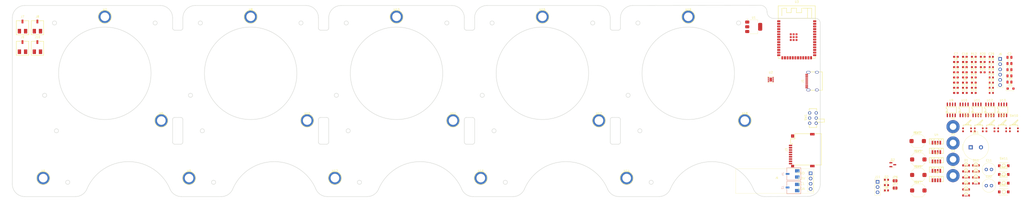
<source format=kicad_pcb>
(kicad_pcb (version 20241229) (generator "pcbnew") (generator_version "9.0")
  (title_block (date "2025-06-30"))
  (layers (0 "F.Cu" signal "Front") (2 "B.Cu" signal "Back") (13 "F.Paste" user) (15 "B.Paste" user) (5 "F.SilkS" user "F.Silkscreen") (7 "B.SilkS" user "B.Silkscreen") (1 "F.Mask" user) (3 "B.Mask" user) (25 "Edge.Cuts" user))
  (property "ADDRESS1" "Electrolab/FaitTesVacances")
  (property "ADDRESS2" "52 rue Paul Lescop")
  (property "ADDRESS3" "92000 Nanterre")
  (property "AUTHOR" "Audran, Raphael")
  (property "CONFIGURATIONPARAMETERS" "")
  (property "CONFIGURATORNAME" "")
  (property "DOCUMENTNUMBER" "1")
  (property "ISUSERCONFIGURABLE" "")
  (property "PROJECTNAME" "Cartes_Satisfactron")
  (property "SHEETTOTAL" "1")
  (property "SPICEMODELCACHE" "")
  (property "VERSIONCONTROL_PROJFOLDERREVNUMBER" "")
  (property "VERSIONCONTROL_REVNUMBER" "")
  (net 0 "")
  (net 1 "+5P")
  (net 2 "Net-(BZ1--)")
  (net 3 "Net-(JP1-C)")
  (net 4 "GND")
  (net 5 "+3.3V")
  (net 6 "/BOOT0")
  (net 7 "/5V_USB")
  (net 8 "/ESP32_EN")
  (net 9 "/BTN_USER1")
  (net 10 "/BTN_USER2")
  (net 11 "/uSW4")
  (net 12 "/uSW5")
  (net 13 "/VBATT_7V")
  (net 14 "GNDPWR")
  (net 15 "/uSW1")
  (net 16 "/uSW2")
  (net 17 "/uSW3")
  (net 18 "Net-(U2-SS{slash}TR)")
  (net 19 "+5L")
  (net 24 "Net-(D2-K)")
  (net 25 "Net-(D3-K)")
  (net 38 "Net-(D8-A)")
  (net 125 "/TXD0")
  (net 126 "/RXD0")
  (net 127 "/SERVO1")
  (net 128 "/ID1")
  (net 129 "/ID2")
  (net 130 "/BUZZER")
  (net 131 "/SCL")
  (net 132 "/SDA")
  (net 133 "/RGBLED")
  (net 135 "/LED_RED")
  (net 136 "+5VL")
  (net 137 "Net-(U2-EN)")
  (net 138 "+5VP")
  (net 139 "Net-(U2-PG)")
  (net 140 "Net-(R29-Pad1)")
  (net 141 "Net-(U2-FB)")
  (net 235 "/M1_STEP")
  (net 238 "/TX_LIDAR")
  (net 239 "/M1_DIAG{slash}uSW1")
  (net 240 "/M1_DIR")
  (net 242 "/M2_DIR")
  (net 243 "/AU_STATUS")
  (net 244 "/TIRETTE")
  (net 245 "/CaptTOR_1")
  (net 246 "/M2_DIAG{slash}uSW2")
  (net 247 "/M_EN")
  (net 248 "/COLORSIDE")
  (net 250 "/CaptTOR_2")
  (net 251 "/M2_STEP")
  (net 253 "/SERVO4")
  (net 254 "/SERVO3")
  (net 255 "/SERVO2")
  (net 256 "/USB_P")
  (net 257 "/USB_N")
  (footprint "LED_Driver_KSL:SOP-8_L4.9-W3.9-P1.27-LS6.0-BL" (layer "F.Cu") (at 489.858178 98.813206)
    (property "Reference" "U13" (at 0 -4.682499 0) (layer "F.SilkS"))
    (property "Value" "WS2811C")
    (pad "1" smd oval (at -1.905004 2.682499) (size 0.629997 1.864999) (layers "F.Cu" "F.Mask" "F.Paste"))
    (pad "2" smd oval (at -0.635001 2.682499) (size 0.629997 1.864999) (layers "F.Cu" "F.Mask" "F.Paste"))
    (pad "3" smd oval (at 0.635001 2.682499) (size 0.629997 1.864999) (layers "F.Cu" "F.Mask" "F.Paste"))
    (pad "4" smd oval (at 1.905004 2.682499) (size 0.629997 1.864999) (layers "F.Cu" "F.Mask" "F.Paste"))
    (pad "5" smd oval (at 1.905004 -2.682499) (size 0.629997 1.864999) (layers "F.Cu" "F.Mask" "F.Paste"))
    (pad "6" smd oval (at 0.635001 -2.682499) (size 0.629997 1.864999) (layers "F.Cu" "F.Mask" "F.Paste"))
    (pad "7" smd oval (at -0.635001 -2.682499) (size 0.629997 1.864999) (layers "F.Cu" "F.Mask" "F.Paste"))
    (pad "8" smd oval (at -1.905004 -2.682499) (size 0.629997 1.864999) (layers "F.Cu" "F.Mask" "F.Paste"))
  )
  (footprint "Fastener_KSL:SMD-1_BD5.5-D4.0" (layer "F.Cu") (at 265.80764 53.512504)
    (property "Reference" "H15" (at -0.000102 -3.500102 0) (layer "F.SilkS"))
    (property "Value" "SMTSO3040CTJ")
    (pad "1" thru_hole circle (at 0.02 0) (size 6.2 6.2) (drill 4.2) (layers "*.Cu" "*.Mask"))
  )
  (footprint "Capacitor_SMD:C_0603_1608Metric_Pad1.08x0.95mm_HandSolder" (layer "F.Cu") (at 467.100178 88.053207)
    (property "Reference" "C15" (at 0 -1.43 0) (layer "F.SilkS"))
    (property "Value" "100nF")
    (property "VALUE" "" (hide yes))
    (pad "1" smd roundrect (at -0.8625 0) (size 1.075 0.95) (layers "F.Cu" "F.Mask" "F.Paste") (net 11 "/uSW4"))
    (pad "2" smd roundrect (at 0.8625 0) (size 1.075 0.95) (layers "F.Cu" "F.Mask" "F.Paste") (net 4 "GND"))
  )
  (footprint "Capacitor_SMD:C_0603_1608Metric_Pad1.08x0.95mm_HandSolder" (layer "F.Cu") (at 467.100178 85.543207)
    (property "Reference" "C14" (at 0 -1.43 0) (layer "F.SilkS"))
    (property "Value" "100nF")
    (property "VALUE" "" (hide yes))
    (pad "1" smd roundrect (at -0.8625 0) (size 1.075 0.95) (layers "F.Cu" "F.Mask" "F.Paste") (net 10 "/BTN_USER2"))
    (pad "2" smd roundrect (at 0.8625 0) (size 1.075 0.95) (layers "F.Cu" "F.Mask" "F.Paste") (net 4 "GND"))
  )
  (footprint "LED_Driver_KSL:SOP-8_L4.9-W3.9-P1.27-LS6.0-BL" (layer "F.Cu") (at 471.096178 98.813206)
    (property "Reference" "U10" (at 0 -4.682499 0) (layer "F.SilkS"))
    (property "Value" "WS2811C")
    (pad "1" smd oval (at -1.905004 2.682499) (size 0.629997 1.864999) (layers "F.Cu" "F.Mask" "F.Paste"))
    (pad "2" smd oval (at -0.635001 2.682499) (size 0.629997 1.864999) (layers "F.Cu" "F.Mask" "F.Paste"))
    (pad "3" smd oval (at 0.635001 2.682499) (size 0.629997 1.864999) (layers "F.Cu" "F.Mask" "F.Paste"))
    (pad "4" smd oval (at 1.905004 2.682499) (size 0.629997 1.864999) (layers "F.Cu" "F.Mask" "F.Paste"))
    (pad "5" smd oval (at 1.905004 -2.682499) (size 0.629997 1.864999) (layers "F.Cu" "F.Mask" "F.Paste"))
    (pad "6" smd oval (at 0.635001 -2.682499) (size 0.629997 1.864999) (layers "F.Cu" "F.Mask" "F.Paste"))
    (pad "7" smd oval (at -0.635001 -2.682499) (size 0.629997 1.864999) (layers "F.Cu" "F.Mask" "F.Paste"))
    (pad "8" smd oval (at -1.905004 -2.682499) (size 0.629997 1.864999) (layers "F.Cu" "F.Mask" "F.Paste"))
  )
  (footprint "Resistor_SMD:R_0603_1608Metric" (layer "F.Cu") (at 484.330178 80.523207)
    (property "Reference" "R28" (at 0 -1.43 0) (layer "F.SilkS"))
    (property "Value" "100k")
    (pad "1" smd roundrect (at -0.825 0) (size 0.8 0.95) (layers "F.Cu" "F.Mask" "F.Paste") (net 138 "+5VP"))
    (pad "2" smd roundrect (at 0.825 0) (size 0.8 0.95) (layers "F.Cu" "F.Mask" "F.Paste") (net 139 "Net-(U2-PG)"))
  )
  (footprint "Resistor_SMD:R_0603_1608Metric_Pad0.98x0.95mm_HandSolder" (layer "F.Cu") (at 471.450178 90.563207)
    (property "Reference" "R11" (at 0 -1.43 0) (layer "F.SilkS"))
    (property "Value" "10k")
    (property "VALUE" "" (hide yes))
    (pad "1" smd roundrect (at -0.9125 0) (size 0.975 0.95) (layers "F.Cu" "F.Mask" "F.Paste") (net 131 "/SCL"))
    (pad "2" smd roundrect (at 0.9125 0) (size 0.975 0.95) (layers "F.Cu" "F.Mask" "F.Paste") (net 5 "+3.3V"))
  )
  (footprint "Capacitor_SMD:C_0603_1608Metric" (layer "F.Cu") (at 484.330178 72.993207)
    (property "Reference" "C29" (at 0 -1.43 0) (layer "F.SilkS"))
    (property "Value" "470pF")
    (pad "1" smd roundrect (at -0.775 0) (size 0.9 0.95) (layers "F.Cu" "F.Mask" "F.Paste") (net 18 "Net-(U2-SS{slash}TR)"))
    (pad "2" smd roundrect (at 0.775 0) (size 0.9 0.95) (layers "F.Cu" "F.Mask" "F.Paste") (net 14 "GNDPWR"))
  )
  (footprint "Resistor_SMD:R_0603_1608Metric_Pad0.98x0.95mm_HandSolder" (layer "F.Cu") (at 480.150178 72.993207)
    (property "Reference" "R20" (at 0 -1.43 0) (layer "F.SilkS"))
    (property "Value" "10k")
    (property "VALUE" "" (hide yes))
    (pad "1" smd roundrect (at -0.9125 0) (size 0.975 0.95) (layers "F.Cu" "F.Mask" "F.Paste") (net 12 "/uSW5"))
    (pad "2" smd roundrect (at 0.9125 0) (size 0.975 0.95) (layers "F.Cu" "F.Mask" "F.Paste") (net 5 "+3.3V"))
  )
  (footprint "Sensor_KSL:SENSOR-SMD_TSOP75238TR" (layer "F.Cu") (at 457.592178 128.517823)
    (property "Reference" "U7" (at 0.014503 -3.905004 0) (layer "F.SilkS"))
    (property "Value" "TSSP77038TR")
    (pad "1" smd rect (at 1.905004 0) (size 0.8 1.8) (layers "F.Cu" "F.Mask" "F.Paste"))
    (pad "2" smd rect (at 0.635001 0) (size 0.8 1.8) (layers "F.Cu" "F.Mask" "F.Paste"))
    (pad "3" smd rect (at -0.635001 0) (size 0.8 1.8) (layers "F.Cu" "F.Mask" "F.Paste"))
    (pad "4" smd rect (at -1.905004 0) (size 0.8 1.8) (layers "F.Cu" "F.Mask" "F.Paste"))
  )
  (footprint "Jumper:SolderJumper-2_P1.3mm_Open_RoundedPad1.0x1.5mm" (layer "F.Cu") (at 437.480178 133.323207)
    (property "Reference" "JP6" (at 0 -1.8 0) (layer "F.SilkS"))
    (property "Value" "ID1")
    (property "VALUE" "" (hide yes))
    (pad "1" smd custom (at -0.65 0) (size 1 0.5) (layers "F.Cu" "F.Mask") (net 4 "GND") (options (clearance outline) (anchor rect)) (primitives (gr_circle (center 0 0.25) (end 0.5 0.25) (width 0) (fill yes)) (gr_circle (center 0 -0.25) (end 0.5 -0.25) (width 0) (fill yes)) (gr_poly (pts (xy 0.5 0.75) (xy 0 0.75) (xy 0 -0.75) (xy 0.5 -0.75)) (width 0) (fill yes))))
    (pad "2" smd custom (at 0.65 0) (size 1 0.5) (layers "F.Cu" "F.Mask") (net 128 "/ID1") (options (clearance outline) (anchor rect)) (primitives (gr_circle (center 0 0.25) (end 0.5 0.25) (width 0) (fill yes)) (gr_circle (center 0 -0.25) (end 0.5 -0.25) (width 0) (fill yes)) (gr_poly (pts (xy 0 0.75) (xy -0.5 0.75) (xy -0.5 -0.75) (xy 0 -0.75)) (width 0) (fill yes))))
  )
  (footprint "Resistor_SMD:R_0603_1608Metric_Pad0.98x0.95mm_HandSolder" (layer "F.Cu") (at 475.800178 80.523207)
    (property "Reference" "R15" (at 0 -1.43 0) (layer "F.SilkS"))
    (property "Value" "68")
    (property "VALUE" "" (hide yes))
    (pad "1" smd roundrect (at -0.9125 0) (size 0.975 0.95) (layers "F.Cu" "F.Mask" "F.Paste"))
    (pad "2" smd roundrect (at 0.9125 0) (size 0.975 0.95) (layers "F.Cu" "F.Mask" "F.Paste") (net 133 "/RGBLED"))
  )
  (footprint "LED_SMD:LED_0603_1608Metric" (layer "F.Cu") (at 433.300178 138.023207)
    (property "Reference" "D8" (at 0 -1.43 0) (layer "F.SilkS"))
    (property "Value" "LED red")
    (property "VALUE" "" (hide yes))
    (pad "1" smd roundrect (at -0.7875 0) (size 0.875 0.95) (layers "F.Cu" "F.Mask" "F.Paste") (net 4 "GND"))
    (pad "2" smd roundrect (at 0.7875 0) (size 0.875 0.95) (layers "F.Cu" "F.Mask" "F.Paste") (net 38 "Net-(D8-A)"))
  )
  (footprint "Resistor_SMD:R_0603_1608Metric_Pad0.98x0.95mm_HandSolder" (layer "F.Cu") (at 480.150178 78.013207)
    (property "Reference" "R24" (at 0 -1.43 0) (layer "F.SilkS"))
    (property "Value" "10k")
    (property "VALUE" "" (hide yes))
    (pad "1" smd roundrect (at -0.9125 0) (size 0.975 0.95) (layers "F.Cu" "F.Mask" "F.Paste") (net 16 "/uSW2"))
    (pad "2" smd roundrect (at 0.9125 0) (size 0.975 0.95) (layers "F.Cu" "F.Mask" "F.Paste") (net 5 "+3.3V"))
  )
  (footprint "LED_SMD:LED_0603_1608Metric" (layer "F.Cu") (at 433.300178 135.433207)
    (property "Reference" "D3" (at 0 -1.43 0) (layer "F.SilkS"))
    (property "Value" "LED green")
    (property "VALUE" "" (hide yes))
    (pad "1" smd roundrect (at -0.7875 0) (size 0.875 0.95) (layers "F.Cu" "F.Mask" "F.Paste") (net 25 "Net-(D3-K)"))
    (pad "2" smd roundrect (at 0.7875 0) (size 0.875 0.95) (layers "F.Cu" "F.Mask" "F.Paste") (net 5 "+3.3V"))
  )
  (footprint "Fastener_KSL:SMD-1_BD5.5-D4.0" (layer "F.Cu") (at 93.79764 132.012504)
    (property "Reference" "H9" (at -0.000102 -3.500102 0) (layer "F.SilkS"))
    (property "Value" "SMTSO3040CTJ")
    (pad "1" thru_hole circle (at 0.02 0) (size 6.2 6.2) (drill 4.2) (layers "*.Cu" "*.Mask"))
  )
  (footprint "Capacitor_SMD:C_0603_1608Metric_Pad1.08x0.95mm_HandSolder" (layer "F.Cu") (at 471.450178 78.013207)
    (property "Reference" "C26" (at 0 -1.43 0) (layer "F.SilkS"))
    (property "Value" "100nF")
    (property "VALUE" "" (hide yes))
    (pad "1" smd roundrect (at -0.8625 0) (size 1.075 0.95) (layers "F.Cu" "F.Mask" "F.Paste") (net 15 "/uSW1"))
    (pad "2" smd roundrect (at 0.8625 0) (size 1.075 0.95) (layers "F.Cu" "F.Mask" "F.Paste") (net 4 "GND"))
  )
  (footprint "LED_KSL:LED-ARRAY-SMD_HS-1204-RGB" (layer "F.Cu") (at 476.83546 134.760625)
    (property "Reference" "D14" (at 0 -2.647955 0) (layer "F.SilkS"))
    (property "Value" "XL-3210RGBC-YG")
    (pad "1" smd rect (at 0.389891 0.139954) (size 0.529997 0.440005) (layers "F.Cu" "F.Mask" "F.Paste"))
    (pad "2" smd rect (at -0.389891 0.139954) (size 0.529997 0.440005) (layers "F.Cu" "F.Mask" "F.Paste"))
    (pad "3" smd rect (at 1.450089 -0.139954 180) (size 0.88001 1) (layers "F.Cu" "F.Mask" "F.Paste"))
    (pad "4" smd rect (at -1.450089 -0.139954 180) (size 0.88001 1) (layers "F.Cu" "F.Mask" "F.Paste"))
  )
  (footprint "LED_KSL:LED-ARRAY-SMD_HS-1204-RGB" (layer "F.Cu") (at 472.055272 128.904393)
    (property "Reference" "D4" (at 0 -2.647955 0) (layer "F.SilkS"))
    (property "Value" "XL-3210RGBC-YG")
    (pad "1" smd rect (at 0.389891 0.139954) (size 0.529997 0.440005) (layers "F.Cu" "F.Mask" "F.Paste"))
    (pad "2" smd rect (at -0.389891 0.139954) (size 0.529997 0.440005) (layers "F.Cu" "F.Mask" "F.Paste"))
    (pad "3" smd rect (at 1.450089 -0.139954 180) (size 0.88001 1) (layers "F.Cu" "F.Mask" "F.Paste"))
    (pad "4" smd rect (at -1.450089 -0.139954 180) (size 0.88001 1) (layers "F.Cu" "F.Mask" "F.Paste"))
  )
  (footprint "Sensor_KSL:SENSOR-SMD_TSOP75238TR" (layer "F.Cu") (at 457.592178 123.942919)
    (property "Reference" "U6" (at 0.014503 -3.905004 0) (layer "F.SilkS"))
    (property "Value" "TSSP77038TR")
    (pad "1" smd rect (at 1.905004 0) (size 0.8 1.8) (layers "F.Cu" "F.Mask" "F.Paste"))
    (pad "2" smd rect (at 0.635001 0) (size 0.8 1.8) (layers "F.Cu" "F.Mask" "F.Paste"))
    (pad "3" smd rect (at -0.635001 0) (size 0.8 1.8) (layers "F.Cu" "F.Mask" "F.Paste"))
    (pad "4" smd rect (at -1.905004 0) (size 0.8 1.8) (layers "F.Cu" "F.Mask" "F.Paste"))
  )
  (footprint "Connector_PinHeader_2.54mm:PinHeader_1x03_P2.54mm_Vertical" (layer "F.Cu") (at 428.960178 133.843207)
    (property "Reference" "J11" (at 0 -2.38 0) (layer "F.SilkS"))
    (property "Value" "Conn_01x03")
    (property "VALUE" "" (hide yes))
    (pad "1" thru_hole rect (at 0 0) (size 1.7 1.7) (drill 1) (layers "*.Cu" "*.Mask") (net 4 "GND"))
    (pad "2" thru_hole circle (at 0 2.54) (size 1.7 1.7) (drill 1) (layers "*.Cu" "*.Mask") (net 1 "+5P"))
    (pad "3" thru_hole circle (at 0 5.08) (size 1.7 1.7) (drill 1) (layers "*.Cu" "*.Mask") (net 127 "/SERVO1"))
  )
  (footprint "Sensor_KSL:SENSOR-SMD_TSOP75238TR" (layer "F.Cu") (at 457.592178 114.793111)
    (property "Reference" "U4" (at 0.014503 -3.905004 0) (layer "F.SilkS"))
    (property "Value" "TSSP77038TR")
    (pad "1" smd rect (at 1.905004 0) (size 0.8 1.8) (layers "F.Cu" "F.Mask" "F.Paste"))
    (pad "2" smd rect (at 0.635001 0) (size 0.8 1.8) (layers "F.Cu" "F.Mask" "F.Paste"))
    (pad "3" smd rect (at -0.635001 0) (size 0.8 1.8) (layers "F.Cu" "F.Mask" "F.Paste"))
    (pad "4" smd rect (at -1.905004 0) (size 0.8 1.8) (layers "F.Cu" "F.Mask" "F.Paste"))
  )
  (footprint "Resistor_SMD:R_0603_1608Metric_Pad0.98x0.95mm_HandSolder" (layer "F.Cu") (at 475.800178 78.013207)
    (property "Reference" "R14" (at 0 -1.43 0) (layer "F.SilkS"))
    (property "Value" "10k")
    (property "VALUE" "" (hide yes))
    (pad "1" smd roundrect (at -0.9125 0) (size 0.975 0.95) (layers "F.Cu" "F.Mask" "F.Paste") (net 132 "/SDA"))
    (pad "2" smd roundrect (at 0.9125 0) (size 0.975 0.95) (layers "F.Cu" "F.Mask" "F.Paste") (net 5 "+3.3V"))
  )
  (footprint "Package_TO_SOT_SMD:SOT-23" (layer "F.Cu") (at 436.370178 125.508207)
    (property "Reference" "Q2" (at 0 -2.4 0) (layer "F.SilkS"))
    (property "Value" "G2302")
    (property "VALUE" "" (hide yes))
    (pad "1" smd roundrect (at -0.9375 -0.95) (size 1.475 0.6) (layers "F.Cu" "F.Mask" "F.Paste") (net 130 "/BUZZER"))
    (pad "2" smd roundrect (at -0.9375 0.95) (size 1.475 0.6) (layers "F.Cu" "F.Mask" "F.Paste") (net 4 "GND"))
    (pad "3" smd roundrect (at 0.9375 0) (size 1.475 0.6) (layers "F.Cu" "F.Mask" "F.Paste") (net 2 "Net-(BZ1--)"))
  )
  (footprint "Capacitor_THT:C_Radial_D6.3mm_H11.0mm_P2.50mm" (layer "F.Cu") (at 481.900178 135.683207)
    (property "Reference" "C22" (at 1.25 -4.4 0) (layer "F.SilkS"))
    (property "Value" "220uF")
    (property "VALUE" "" (hide yes))
    (pad "1" thru_hole circle (at 0 0) (size 1.6 1.6) (drill 0.8) (layers "*.Cu" "*.Mask") (net 1 "+5P"))
    (pad "2" thru_hole circle (at 2.5 0) (size 1.6 1.6) (drill 0.8) (layers "*.Cu" "*.Mask") (net 4 "GND"))
  )
  (footprint "Capacitor_SMD:C_0805_2012Metric" (layer "F.Cu") (at 493.150178 85.283207)
    (property "Reference" "C30" (at 0 -1.68 0) (layer "F.SilkS"))
    (property "Value" "22uF")
    (pad "1" smd roundrect (at -0.95 0) (size 1 1.45) (layers "F.Cu" "F.Mask" "F.Paste") (net 19 "+5L"))
    (pad "2" smd roundrect (at 0.95 0) (size 1 1.45) (layers "F.Cu" "F.Mask" "F.Paste") (net 14 "GNDPWR"))
  )
  (footprint "Connector_KSL:TF-SMD_TF-PUSH" (layer "F.Cu") (at 391.899975 118.400013 90)
    (property "Reference" "J3" (at 0.124968 -7.299975 90) (layer "F.SilkS"))
    (property "Value" "TF_PUSH")
    (pad "" np_thru_hole circle (at -4.949962 5.700025 90) (size 1.2 1.2) (drill 1.2) (layers "*.Cu" "*.Mask"))
    (pad "" np_thru_hole circle (at 3.050038 5.700025 90) (size 1.2 1.2) (drill 1.2) (layers "*.Cu" "*.Mask"))
    (pad "1" smd rect (at 2.250191 -5.299975 90) (size 0.7 1.6) (layers "F.Cu" "F.Mask" "F.Paste"))
    (pad "2" smd rect (at 1.150114 -5.299975 90) (size 0.7 1.6) (layers "F.Cu" "F.Mask" "F.Paste"))
    (pad "3" smd rect (at 0.050038 -5.299975 90) (size 0.7 1.6) (layers "F.Cu" "F.Mask" "F.Paste"))
    (pad "4" smd rect (at -1.050038 -5.299975 90) (size 0.7 1.6) (layers "F.Cu" "F.Mask" "F.Paste"))
    (pad "5" smd rect (at -2.14986 -5.299975 90) (size 0.7 1.6) (layers "F.Cu" "F.Mask" "F.Paste"))
    (pad "6" smd rect (at -3.249936 -5.299975 90) (size 0.7 1.6) (layers "F.Cu" "F.Mask" "F.Paste"))
    (pad "7" smd rect (at -4.350013 -5.299975 90) (size 0.7 1.6) (layers "F.Cu" "F.Mask" "F.Paste"))
    (pad "8" smd rect (at -5.449835 -5.299975 90) (size 0.7 1.6) (layers "F.Cu" "F.Mask" "F.Paste"))
    (pad "10" smd rect (at -7.750064 -4.299975 90) (size 1.2 1.5) (layers "F.Cu" "F.Mask" "F.Paste"))
    (pad "11" smd rect (at -7.750064 5.299975 90) (size 1.2 2.2) (layers "F.Cu" "F.Mask" "F.Paste"))
    (pad "12" smd rect (at 7.750064 5.299975 90) (size 1.2 2.2) (layers "F.Cu" "F.Mask" "F.Paste"))
    (pad "13" smd rect (at 6.85014 -4.299975 90) (size 1.6 1.5) (layers "F.Cu" "F.Mask" "F.Paste"))
    (pad "CD" smd rect (at -6.549911 -5.299975 90) (size 0.7 1.6) (layers "F.Cu" "F.Mask" "F.Paste"))
  )
  (footprint "Fastener_KSL:SMD-1_BD5.5-D4.0" (layer "F.Cu") (at 293.30764 104.012504)
    (property "Reference" "H17" (at -0.000102 -3.500102 0) (layer "F.SilkS"))
    (property "Value" "SMTSO3040CTJ")
    (pad "1" thru_hole circle (at 0.02 0) (size 6.2 6.2) (drill 4.2) (layers "*.Cu" "*.Mask"))
  )
  (footprint "Fastener_KSL:SMD-1_BD5.5-D4.0" (layer "F.Cu") (at 194.79764 53.512504)
    (property "Reference" "H13" (at -0.000102 -3.500102 0) (layer "F.SilkS"))
    (property "Value" "SMTSO3040CTJ")
    (pad "1" thru_hole circle (at 0.02 0) (size 6.2 6.2) (drill 4.2) (layers "*.Cu" "*.Mask"))
  )
  (footprint "LED_Driver_KSL:SOP-8_L4.9-W3.9-P1.27-LS6.0-BL" (layer "F.Cu") (at 477.350178 98.813206)
    (property "Reference" "U11" (at 0 -4.682499 0) (layer "F.SilkS"))
    (property "Value" "WS2811C")
    (pad "1" smd oval (at -1.905004 2.682499) (size 0.629997 1.864999) (layers "F.Cu" "F.Mask" "F.Paste"))
    (pad "2" smd oval (at -0.635001 2.682499) (size 0.629997 1.864999) (layers "F.Cu" "F.Mask" "F.Paste"))
    (pad "3" smd oval (at 0.635001 2.682499) (size 0.629997 1.864999) (layers "F.Cu" "F.Mask" "F.Paste"))
    (pad "4" smd oval (at 1.905004 2.682499) (size 0.629997 1.864999) (layers "F.Cu" "F.Mask" "F.Paste"))
    (pad "5" smd oval (at 1.905004 -2.682499) (size 0.629997 1.864999) (layers "F.Cu" "F.Mask" "F.Paste"))
    (pad "6" smd oval (at 0.635001 -2.682499) (size 0.629997 1.864999) (layers "F.Cu" "F.Mask" "F.Paste"))
    (pad "7" smd oval (at -0.635001 -2.682499) (size 0.629997 1.864999) (layers "F.Cu" "F.Mask" "F.Paste"))
    (pad "8" smd oval (at -1.905004 -2.682499) (size 0.629997 1.864999) (layers "F.Cu" "F.Mask" "F.Paste"))
  )
  (footprint "LED_KSL:LED-ARRAY-SMD_HS-1204-RGB" (layer "F.Cu") (at 472.055272 131.832509)
    (property "Reference" "D5" (at 0 -2.647955 0) (layer "F.SilkS"))
    (property "Value" "XL-3210RGBC-YG")
    (pad "1" smd rect (at 0.389891 0.139954) (size 0.529997 0.440005) (layers "F.Cu" "F.Mask" "F.Paste"))
    (pad "2" smd rect (at -0.389891 0.139954) (size 0.529997 0.440005) (layers "F.Cu" "F.Mask" "F.Paste"))
    (pad "3" smd rect (at 1.450089 -0.139954 180) (size 0.88001 1) (layers "F.Cu" "F.Mask" "F.Paste"))
    (pad "4" smd rect (at -1.450089 -0.139954 180) (size 0.88001 1) (layers "F.Cu" "F.Mask" "F.Paste"))
  )
  (footprint "Fastener_KSL:SMD-1_BD5.5-D4.0" (layer "F.Cu") (at 80.29764 104.012504)
    (property "Reference" "H5" (at -0.000102 -3.500102 0) (layer "F.SilkS"))
    (property "Value" "SMTSO3040CTJ")
    (pad "1" thru_hole circle (at 0.02 0) (size 6.2 6.2) (drill 4.2) (layers "*.Cu" "*.Mask"))
  )
  (footprint "LED_KSL:LED-ARRAY-SMD_HS-1204-RGB" (layer "F.Cu") (at 476.83546 131.832509)
    (property "Reference" "D13" (at 0 -2.647955 0) (layer "F.SilkS"))
    (property "Value" "XL-3210RGBC-YG")
    (pad "1" smd rect (at 0.389891 0.139954) (size 0.529997 0.440005) (layers "F.Cu" "F.Mask" "F.Paste"))
    (pad "2" smd rect (at -0.389891 0.139954) (size 0.529997 0.440005) (layers "F.Cu" "F.Mask" "F.Paste"))
    (pad "3" smd rect (at 1.450089 -0.139954 180) (size 0.88001 1) (layers "F.Cu" "F.Mask" "F.Paste"))
    (pad "4" smd rect (at -1.450089 -0.139954 180) (size 0.88001 1) (layers "F.Cu" "F.Mask" "F.Paste"))
  )
  (footprint "Capacitor_SMD:C_0603_1608Metric_Pad1.08x0.95mm_HandSolder" (layer "F.Cu") (at 471.450178 83.033207)
    (property "Reference" "C28" (at 0 -1.43 0) (layer "F.SilkS"))
    (property "Value" "100nF")
    (property "VALUE" "" (hide yes))
    (pad "1" smd roundrect (at -0.8625 0) (size 1.075 0.95) (layers "F.Cu" "F.Mask" "F.Paste") (net 17 "/uSW3"))
    (pad "2" smd roundrect (at 0.8625 0) (size 1.075 0.95) (layers "F.Cu" "F.Mask" "F.Paste") (net 4 "GND"))
  )
  (footprint "Resistor_SMD:R_0603_1608Metric" (layer "F.Cu") (at 484.330178 78.013207)
    (property "Reference" "R27" (at 0 -1.43 0) (layer "F.SilkS"))
    (property "Value" "10k")
    (pad "1" smd roundrect (at -0.825 0) (size 0.8 0.95) (layers "F.Cu" "F.Mask" "F.Paste") (net 14 "GNDPWR"))
    (pad "2" smd roundrect (at 0.825 0) (size 0.8 0.95) (layers "F.Cu" "F.Mask" "F.Paste") (net 137 "Net-(U2-EN)"))
  )
  (footprint "LED_SMD:LED_0603_1608Metric" (layer "F.Cu") (at 433.300178 132.843207)
    (property "Reference" "D2" (at 0 -1.43 0) (layer "F.SilkS"))
    (property "Value" "LED")
    (pad "1" smd roundrect (at -0.7875 0) (size 0.875 0.95) (layers "F.Cu" "F.Mask" "F.Paste") (net 24 "Net-(D2-K)"))
    (pad "2" smd roundrect (at 0.7875 0) (size 0.875 0.95) (layers "F.Cu" "F.Mask" "F.Paste") (net 19 "+5L"))
  )
  (footprint "Capacitor_SMD:C_0603_1608Metric_Pad1.08x0.95mm_HandSolder" (layer "F.Cu") (at 467.100178 90.563207)
    (property "Reference" "C17" (at 0 -1.43 0) (layer "F.SilkS"))
    (property "Value" "100nF")
    (property "VALUE" "" (hide yes))
    (pad "1" smd roundrect (at -0.8625 0) (size 1.075 0.95) (layers "F.Cu" "F.Mask" "F.Paste") (net 5 "+3.3V"))
    (pad "2" smd roundrect (at 0.8625 0) (size 1.075 0.95) (layers "F.Cu" "F.Mask" "F.Paste") (net 4 "GND"))
  )
  (footprint "LED_KSL:LED-ARRAY-SMD_HS-1204-RGB" (layer "F.Cu") (at 476.83546 128.904393)
    (property "Reference" "D12" (at 0 -2.647955 0) (layer "F.SilkS"))
    (property "Value" "XL-3210RGBC-YG")
    (pad "1" smd rect (at 0.389891 0.139954) (size 0.529997 0.440005) (layers "F.Cu" "F.Mask" "F.Paste"))
    (pad "2" smd rect (at -0.389891 0.139954) (size 0.529997 0.440005) (layers "F.Cu" "F.Mask" "F.Paste"))
    (pad "3" smd rect (at 1.450089 -0.139954 180) (size 0.88001 1) (layers "F.Cu" "F.Mask" "F.Paste"))
    (pad "4" smd rect (at -1.450089 -0.139954 180) (size 0.88001 1) (layers "F.Cu" "F.Mask" "F.Paste"))
  )
  (footprint "Resistor_SMD:R_0603_1608Metric" (layer "F.Cu") (at 484.330178 83.033207)
    (property "Reference" "R29" (at 0 -1.43 0) (layer "F.SilkS"))
    (property "Value" "510k")
    (pad "1" smd roundrect (at -0.825 0) (size 0.8 0.95) (layers "F.Cu" "F.Mask" "F.Paste") (net 140 "Net-(R29-Pad1)"))
    (pad "2" smd roundrect (at 0.825 0) (size 0.8 0.95) (layers "F.Cu" "F.Mask" "F.Paste") (net 19 "+5L"))
  )
  (footprint "Connector_PinHeader_2.54mm:PinHeader_1x06_P2.54mm_Vertical" (layer "F.Cu") (at 488.630178 74.033207)
    (property "Reference" "J6" (at 0 -2.38 0) (layer "F.SilkS"))
    (property "Value" "Conn_01x06")
    (property "VALUE" "" (hide yes))
    (pad "1" thru_hole rect (at 0 0) (size 1.7 1.7) (drill 1) (layers "*.Cu" "*.Mask") (net 5 "+3.3V"))
    (pad "2" thru_hole circle (at 0 2.54) (size 1.7 1.7) (drill 1) (layers "*.Cu" "*.Mask") (net 8 "/ESP32_EN"))
    (pad "3" thru_hole circle (at 0 5.08) (size 1.7 1.7) (drill 1) (layers "*.Cu" "*.Mask") (net 125 "/TXD0"))
    (pad "4" thru_hole circle (at 0 7.62) (size 1.7 1.7) (drill 1) (layers "*.Cu" "*.Mask") (net 126 "/RXD0"))
    (pad "5" thru_hole circle (at 0 10.16) (size 1.7 1.7) (drill 1) (layers "*.Cu" "*.Mask") (net 6 "/BOOT0"))
    (pad "6" thru_hole circle (at 0 12.7) (size 1.7 1.7) (drill 1) (layers "*.Cu" "*.Mask") (net 4 "GND"))
  )
  (footprint "MCU_KSL:WIRELM-SMD_ESP32-S3-WROOM-1" (layer "F.Cu") (at 389.6 64.574892)
    (property "Reference" "U3" (at 0.008496 -18.394996 0) (layer "F.SilkS"))
    (property "Value" "ESP32-S3-WROOM-1-N16R8")
    (property "VALUE" "" (hide yes))
    (pad "1" smd rect (at -8.750064 -8.894971) (size 1.5 0.9) (layers "F.Cu" "F.Mask" "F.Paste") (net 4 "GND"))
    (pad "2" smd rect (at -8.750064 -7.624968) (size 1.5 0.9) (layers "F.Cu" "F.Mask" "F.Paste") (net 5 "+3.3V"))
    (pad "3" smd rect (at -8.750064 -6.354966) (size 1.5 0.9) (layers "F.Cu" "F.Mask" "F.Paste") (net 8 "/ESP32_EN"))
    (pad "4" smd rect (at -8.750064 -5.084963) (size 1.5 0.9) (layers "F.Cu" "F.Mask" "F.Paste") (net 248 "/COLORSIDE"))
    (pad "5" smd rect (at -8.750064 -3.814961) (size 1.5 0.9) (layers "F.Cu" "F.Mask" "F.Paste") (net 133 "/RGBLED"))
    (pad "6" smd rect (at -8.750064 -2.544958) (size 1.5 0.9) (layers "F.Cu" "F.Mask" "F.Paste") (net 129 "/ID2"))
    (pad "7" smd rect (at -8.750064 -1.274956) (size 1.5 0.9) (layers "F.Cu" "F.Mask" "F.Paste") (net 128 "/ID1"))
    (pad "8" smd rect (at -8.750064 -0.004953) (size 1.5 0.9) (layers "F.Cu" "F.Mask" "F.Paste") (net 239 "/M1_DIAG{slash}uSW1"))
    (pad "9" smd rect (at -8.750064 1.26505) (size 1.5 0.9) (layers "F.Cu" "F.Mask" "F.Paste") (net 240 "/M1_DIR"))
    (pad "10" smd rect (at -8.750064 2.535052) (size 1.5 0.9) (layers "F.Cu" "F.Mask" "F.Paste") (net 127 "/SERVO1"))
    (pad "11" smd rect (at -8.750064 3.805055) (size 1.5 0.9) (layers "F.Cu" "F.Mask" "F.Paste") (net 255 "/SERVO2"))
    (pad "12" smd rect (at -8.750064 5.075057) (size 1.5 0.9) (layers "F.Cu" "F.Mask" "F.Paste") (net 247 "/M_EN"))
    (pad "13" smd rect (at -8.750064 6.34506) (size 1.5 0.9) (layers "F.Cu" "F.Mask" "F.Paste") (net 257 "/USB_N"))
    (pad "14" smd rect (at -8.750064 7.615062) (size 1.5 0.9) (layers "F.Cu" "F.Mask" "F.Paste") (net 256 "/USB_P"))
    (pad "15" smd rect (at -6.985014 8.894971 90) (size 1.5 0.9) (layers "F.Cu" "F.Mask" "F.Paste"))
    (pad "16" smd rect (at -5.715011 8.894971 90) (size 1.5 0.9) (layers "F.Cu" "F.Mask" "F.Paste"))
    (pad "17" smd rect (at -4.445009 8.894971 90) (size 1.5 0.9) (layers "F.Cu" "F.Mask" "F.Paste") (net 244 "/TIRETTE"))
    (pad "18" smd rect (at -3.175006 8.894971 90) (size 1.5 0.9) (layers "F.Cu" "F.Mask" "F.Paste") (net 135 "/LED_RED"))
    (pad "19" smd rect (at -1.905004 8.894971 90) (size 1.5 0.9) (layers "F.Cu" "F.Mask" "F.Paste") (net 132 "/SDA"))
    (pad "20" smd rect (at -0.635001 8.894971 90) (size 1.5 0.9) (layers "F.Cu" "F.Mask" "F.Paste") (net 131 "/SCL"))
    (pad "21" smd rect (at 0.635001 8.894971 90) (size 1.5 0.9) (layers "F.Cu" "F.Mask" "F.Paste") (net 17 "/uSW3"))
    (pad "22" smd rect (at 1.905004 8.894971 90) (size 1.5 0.9) (layers "F.Cu" "F.Mask" "F.Paste") (net 130 "/BUZZER"))
    (pad "23" smd rect (at 3.175006 8.894971 90) (size 1.5 0.9) (layers "F.Cu" "F.Mask" "F.Paste") (net 250 "/CaptTOR_2"))
    (pad "24" smd rect (at 4.445009 8.894971 90) (size 1.5 0.9) (layers "F.Cu" "F.Mask" "F.Paste") (net 238 "/TX_LIDAR"))
    (pad "25" smd rect (at 5.715011 8.894971 90) (size 1.5 0.9) (layers "F.Cu" "F.Mask" "F.Paste") (net 235 "/M1_STEP"))
    (pad "26" smd rect (at 6.985014 8.864999 90) (size 1.5 0.9) (layers "F.Cu" "F.Mask" "F.Paste"))
    (pad "27" smd rect (at 8.750064 7.615062 180) (size 1.5 0.9) (layers "F.Cu" "F.Mask" "F.Paste") (net 6 "/BOOT0"))
    (pad "28" smd rect (at 8.750064 6.34506 180) (size 1.5 0.9) (layers "F.Cu" "F.Mask" "F.Paste"))
    (pad "29" smd rect (at 8.750064 5.075057 180) (size 1.5 0.9) (layers "F.Cu" "F.Mask" "F.Paste"))
    (pad "30" smd rect (at 8.750064 3.805055 180) (size 1.5 0.9) (layers "F.Cu" "F.Mask" "F.Paste"))
    (pad "31" smd rect (at 8.750064 2.535052 180) (size 1.5 0.9) (layers "F.Cu" "F.Mask" "F.Paste") (net 251 "/M2_STEP"))
    (pad "32" smd rect (at 8.750064 1.26505 180) (size 1.5 0.9) (layers "F.Cu" "F.Mask" "F.Paste") (net 242 "/M2_DIR"))
    (pad "33" smd rect (at 8.750064 -0.004953 180) (size 1.5 0.9) (layers "F.Cu" "F.Mask" "F.Paste") (net 254 "/SERVO3"))
    (pad "34" smd rect (at 8.750064 -1.274956 180) (size 1.5 0.9) (layers "F.Cu" "F.Mask" "F.Paste") (net 245 "/CaptTOR_1"))
    (pad "35" smd rect (at 8.750064 -2.544958 180) (size 1.5 0.9) (layers "F.Cu" "F.Mask" "F.Paste") (net 253 "/SERVO4"))
    (pad "36" smd rect (at 8.750064 -3.814961 180) (size 1.5 0.9) (layers "F.Cu" "F.Mask" "F.Paste") (net 126 "/RXD0"))
    (pad "37" smd rect (at 8.750064 -5.084963 180) (size 1.5 0.9) (layers "F.Cu" "F.Mask" "F.Paste") (net 125 "/TXD0"))
    (pad "38" smd rect (at 8.750064 -6.354966 180) (size 1.5 0.9) (layers "F.Cu" "F.Mask" "F.Paste") (net 246 "/M2_DIAG{slash}uSW2"))
    (pad "39" smd rect (at 8.750064 -7.624968 180) (size 1.5 0.9) (layers "F.Cu" "F.Mask" "F.Paste") (net 243 "/AU_STATUS"))
    (pad "40" smd rect (at 8.750064 -8.894971 180) (size 1.5 0.9) (layers "F.Cu" "F.Mask" "F.Paste") (net 4 "GND"))
    (pad "41" smd rect (at -2.900178 -2.57493 90) (size 0.9 0.9) (layers "F.Cu" "F.Mask" "F.Paste"))
    (pad "41" smd rect (at -2.900178 -1.174879 90) (size 0.9 0.9) (layers "F.Cu" "F.Mask" "F.Paste"))
    (pad "41" smd rect (at -2.900178 0.225171 90) (size 0.9 0.9) (layers "F.Cu" "F.Mask" "F.Paste"))
    (pad "41" smd rect (at -1.500127 -2.57493 90) (size 0.9 0.9) (layers "F.Cu" "F.Mask" "F.Paste"))
    (pad "41" smd rect (at -1.500127 -1.174879 90) (size 0.9 0.9) (layers "F.Cu" "F.Mask" "F.Paste"))
    (pad "41" smd rect (at -1.500127 0.225171 90) (size 0.9 0.9) (layers "F.Cu" "F.Mask" "F.Paste"))
    (pad "41" smd rect (at -0.100076 -2.57493 90) (size 0.9 0.9) (layers "F.Cu" "F.Mask" "F.Paste"))
    (pad "41" smd rect (at -0.100076 -1.174879 90) (size 0.9 0.9) (layers "F.Cu" "F.Mask" "F.Paste"))
    (pad "41" smd rect (at -0.100076 0.225171 90) (size 0.9 0.9) (layers "F.Cu" "F.Mask" "F.Paste"))
  )
  (footprint "Resistor_SMD:R_0603_1608Metric_Pad0.98x0.95mm_HandSolder" (layer "F.Cu") (at 475.800178 75.503207)
    (property "Reference" "R13" (at 0 -1.43 0) (layer "F.SilkS"))
    (property "Value" "10k")
    (property "VALUE" "" (hide yes))
    (pad "1" smd roundrect (at -0.9125 0) (size 0.975 0.95) (layers "F.Cu" "F.Mask" "F.Paste") (net 8 "/ESP32_EN"))
    (pad "2" smd roundrect (at 0.9125 0) (size 0.975 0.95) (layers "F.Cu" "F.Mask" "F.Paste") (net 5 "+3.3V"))
  )
  (footprint "Resistor_SMD:R_0603_1608Metric_Pad0.98x0.95mm_HandSolder" (layer "F.Cu") (at 480.150178 75.503207)
    (property "Reference" "R23" (at 0 -1.43 0) (layer "F.SilkS"))
    (property "Value" "10k")
    (property "VALUE" "" (hide yes))
    (pad "1" smd roundrect (at -0.9125 0) (size 0.975 0.95) (layers "F.Cu" "F.Mask" "F.Paste") (net 15 "/uSW1"))
    (pad "2" smd roundrect (at 0.9125 0) (size 0.975 0.95) (layers "F.Cu" "F.Mask" "F.Paste") (net 5 "+3.3V"))
  )
  (footprint "Resistor_SMD:R_0603_1608Metric_Pad0.98x0.95mm_HandSolder" (layer "F.Cu") (at 475.800178 83.033207)
    (property "Reference" "R16" (at 0 -1.43 0) (layer "F.SilkS"))
    (property "Value" "10k")
    (property "VALUE" "" (hide yes))
    (pad "1" smd roundrect (at -0.9125 0) (size 0.975 0.95) (layers "F.Cu" "F.Mask" "F.Paste") (net 4 "GND"))
    (pad "2" smd roundrect (at 0.9125 0) (size 0.975 0.95) (layers "F.Cu" "F.Mask" "F.Paste") (net 130 "/BUZZER"))
  )
  (footprint "Capacitor_SMD:C_0805_2012Metric" (layer "F.Cu") (at 493.150178 82.273207)
    (property "Reference" "C25" (at 0 -1.68 0) (layer "F.SilkS"))
    (property "Value" "10uF")
    (pad "1" smd roundrect (at -0.95 0) (size 1 1.45) (layers "F.Cu" "F.Mask" "F.Paste") (net 13 "/VBATT_7V"))
    (pad "2" smd roundrect (at 0.95 0) (size 1 1.45) (layers "F.Cu" "F.Mask" "F.Paste") (net 14 "GNDPWR"))
  )
  (footprint "Diode_SMD:D_SOD-123F" (layer "F.Cu") (at 493.695178 88.463207)
    (property "Reference" "D6" (at -0.127 -1.905 0) (layer "F.SilkS"))
    (property "Value" "1N4148W")
    (property "VALUE" "" (hide yes))
    (pad "1" smd roundrect (at -1.4 0) (size 1.1 1.1) (layers "F.Cu" "F.Mask" "F.Paste") (roundrect_rratio 0.2272727273) (net 1 "+5P"))
    (pad "2" smd roundrect (at 1.4 0) (size 1.1 1.1) (layers "F.Cu" "F.Mask" "F.Paste") (roundrect_rratio 0.2272727273) (net 2 "Net-(BZ1--)"))
  )
  (footprint "Screen_KSL:Waveshare_screen_0.9" (layer "F.Cu") (at 379.8925 132.31)
    (property "Reference" "J5" (at 0 -0.4 0) (layer "F.SilkS") (effects (font (size 0.8 0.8))))
    (property "Value" "PZ254V-11-04P_C2691448")
    (fp_text user "SCL" (at 11.97 2.46 0) (layer "F.SilkS") (effects (font (size 1.2 1.2))))
    (fp_text user "GND" (at 11.716 -2.62 0) (layer "F.SilkS") (effects (font (size 1.2 1.2))))
    (fp_text user "SDA" (at 11.97 5 0) (layer "F.SilkS") (effects (font (size 1.2 1.2))))
    (fp_text user "3.3V" (at 11.97 -0.08 0) (layer "F.SilkS") (effects (font (size 1.2 1.2))))
    (pad "1" thru_hole rect (at 16.47 -2.62) (size 1.7 1.7) (drill 1) (layers "*.Cu" "*.Mask") (net 4 "GND"))
    (pad "2" thru_hole oval (at 16.47 -0.08) (size 1.7 1.7) (drill 1) (layers "*.Cu" "*.Mask") (net 5 "+3.3V"))
    (pad "3" thru_hole oval (at 16.47 2.46) (size 1.7 1.7) (drill 1) (layers "*.Cu" "*.Mask") (net 131 "/SCL"))
    (pad "4" thru_hole oval (at 16.47 5) (size 1.7 1.7) (drill 1) (layers "*.Cu" "*.Mask") (net 132 "/SDA"))
  )
  (footprint "Button_Switch_SMD:SW_Push_1TS009xxxx-xxxx-xxxx_6x6x5mm" (layer "F.Cu") (at 448.5 114)
    (property "Reference" "SW2" (at 0 -4.064 0) (layer "F.SilkS"))
    (property "Value" "SW_Push")
    (property "VALUE" "" (hide yes))
    (fp_text user "REF**" (at 0 -4.064 0) (layer "F.SilkS"))
    (pad "1" smd roundrect (at -3 0) (size 2 2) (layers "F.Cu" "F.Mask" "F.Paste") (net 10 "/BTN_USER2"))
    (pad "2" smd roundrect (at 3 0) (size 2 2) (layers "F.Cu" "F.Mask" "F.Paste") (net 4 "GND"))
  )
  (footprint "Connector_KSL:USB-C_SMD-TYPE-C-31-M-12" (layer "F.Cu") (at 396.951544 84.800013 90)
    (property "Reference" "J1" (at 0.001016 -4.474143 90) (layer "F.SilkS"))
    (property "Value" "USB-TYPE-C-018")
    (pad "" np_thru_hole circle (at -2.899924 -1.205664 90) (size 0.750013 0.750013) (drill 0.750013) (layers "*.Cu" "*.Mask"))
    (pad "" np_thru_hole circle (at 2.899924 -1.205664 90) (size 0.750013 0.750013) (drill 0.750013) (layers "*.Cu" "*.Mask"))
    (pad "0" thru_hole oval (at -4.325121 -1.705791 90) (size 1.2 2) (drill oval 0.8 1.600025) (layers "*.Cu" "*.Mask"))
    (pad "1" thru_hole oval (at 4.325121 -1.705791 90) (size 1.2 2) (drill oval 0.8 1.599975) (layers "*.Cu" "*.Mask"))
    (pad "2" thru_hole oval (at 4.325121 2.474041 90) (size 1.2 1.8) (drill oval 0.8 1.4) (layers "*.Cu" "*.Mask"))
    (pad "3" thru_hole oval (at -4.325121 2.474041 90) (size 1.2 1.8) (drill oval 0.8 1.4) (layers "*.Cu" "*.Mask"))
    (pad "A1" smd rect (at -3.350013 -2.474143 90) (size 0.3 1.3) (layers "F.Cu" "F.Mask" "F.Paste"))
    (pad "A4" smd rect (at -2.549911 -2.474143 90) (size 0.3 1.3) (layers "F.Cu" "F.Mask" "F.Paste"))
    (pad "A5" smd rect (at -1.249936 -2.474143 90) (size 0.3 1.3) (layers "F.Cu" "F.Mask" "F.Paste"))
    (pad "A6" smd rect (at -0.249936 -2.474143 90) (size 0.3 1.3) (layers "F.Cu" "F.Mask" "F.Paste"))
    (pad "A7" smd rect (at 0.249936 -2.474143 90) (size 0.3 1.3) (layers "F.Cu" "F.Mask" "F.Paste"))
    (pad "A8" smd rect (at 1.249682 -2.474143 90) (size 0.3 1.3) (layers "F.Cu" "F.Mask" "F.Paste"))
    (pad "A9" smd rect (at 2.550165 -2.474143 90) (size 0.3 1.3) (layers "F.Cu" "F.Mask" "F.Paste"))
    (pad "A12" smd rect (at 3.350013 -2.474143 90) (size 0.3 1.3) (layers "F.Cu" "F.Mask" "F.Paste"))
    (pad "B1" smd rect (at 3.050038 -2.474143 90) (size 0.3 1.3) (layers "F.Cu" "F.Mask" "F.Paste"))
    (pad "B4" smd rect (at 2.249936 -2.474143 90) (size 0.3 1.3) (layers "F.Cu" "F.Mask" "F.Paste"))
    (pad "B5" smd rect (at 1.750064 -2.474143 90) (size 0.3 1.3) (layers "F.Cu" "F.Mask" "F.Paste"))
    (pad "B6" smd rect (at 0.750064 -2.474143 90) (size 0.3 1.3) (layers "F.Cu" "F.Mask" "F.Paste"))
    (pad "B7" smd rect (at -0.750064 -2.474143 90) (size 0.3 1.3) (layers "F.Cu" "F.Mask" "F.Paste"))
    (pad "B8" smd rect (at -1.750064 -2.474143 90) (size 0.3 1.3) (layers "F.Cu" "F.Mask" "F.Paste"))
    (pad "B9" smd rect (at -2.249936 -2.474143 90) (size 0.3 1.3) (layers "F.Cu" "F.Mask" "F.Paste"))
    (pad "B12" smd rect (at -3.050038 -2.474143 90) (size 0.3 1.3) (layers "F.Cu" "F.Mask" "F.Paste"))
  )
  (footprint "Capacitor_SMD:C_0805_2012Metric" (layer "F.Cu") (at 493.150178 73.243207)
    (property "Reference" "C2" (at 0 -1.68 0) (layer "F.SilkS"))
    (property "Value" "10uF")
    (property "VALUE" "" (hide yes))
    (pad "1" smd roundrect (at -0.95 0) (size 1 1.45) (layers "F.Cu" "F.Mask" "F.Paste") (net 3 "Net-(JP1-C)"))
    (pad "2" smd roundrect (at 0.95 0) (size 1 1.45) (layers "F.Cu" "F.Mask" "F.Paste") (net 4 "GND"))
  )
  (footprint "Fastener_KSL:SMD-1_BD5.5-D4.0" (layer "F.Cu") (at 306.80764 132.012504)
    (property "Reference" "H14" (at -0.000102 -3.500102 0) (layer "F.SilkS"))
    (property "Value" "SMTSO3040CTJ")
    (pad "1" thru_hole circle (at 0.02 0) (size 6.2 6.2) (drill 4.2) (layers "*.Cu" "*.Mask"))
  )
  (footprint "Capacitor_SMD:C_0603_1608Metric_Pad1.08x0.95mm_HandSolder" (layer "F.Cu") (at 471.450178 72.993207)
    (property "Reference" "C18" (at 0 -1.43 0) (layer "F.SilkS"))
    (property "Value" "100nF")
    (property "VALUE" "" (hide yes))
    (pad "1" smd roundrect (at -0.8625 0) (size 1.075 0.95) (layers "F.Cu" "F.Mask" "F.Paste") (net 1 "+5P"))
    (pad "2" smd roundrect (at 0.8625 0) (size 1.075 0.95) (layers "F.Cu" "F.Mask" "F.Paste") (net 4 "GND"))
  )
  (footprint "LED_Driver_KSL:SOP-8_L4.9-W3.9-P1.27-LS6.0-BL" (layer "F.Cu") (at 483.604178 98.813206)
    (property "Reference" "U12" (at 0 -4.682499 0) (layer "F.SilkS"))
    (property "Value" "WS2811C")
    (pad "1" smd oval (at -1.905004 2.682499) (size 0.629997 1.864999) (layers "F.Cu" "F.Mask" "F.Paste"))
    (pad "2" smd oval (at -0.635001 2.682499) (size 0.629997 1.864999) (layers "F.Cu" "F.Mask" "F.Paste"))
    (pad "3" smd oval (at 0.635001 2.682499) (size 0.629997 1.864999) (layers "F.Cu" "F.Mask" "F.Paste"))
    (pad "4" smd oval (at 1.905004 2.682499) (size 0.629997 1.864999) (layers "F.Cu" "F.Mask" "F.Paste"))
    (pad "5" smd oval (at 1.905004 -2.682499) (size 0.629997 1.864999) (layers "F.Cu" "F.Mask" "F.Paste"))
    (pad "6" smd oval (at 0.635001 -2.682499) (size 0.629997 1.864999) (layers "F.Cu" "F.Mask" "F.Paste"))
    (pad "7" smd oval (at -0.635001 -2.682499) (size 0.629997 1.864999) (layers "F.Cu" "F.Mask" "F.Paste"))
    (pad "8" smd oval (at -1.905004 -2.682499) (size 0.629997 1.864999) (layers "F.Cu" "F.Mask" "F.Paste"))
  )
  (footprint "Button_Switch_SMD:SW_Push_1TS009xxxx-xxxx-xxxx_6x6x5mm" (layer "F.Cu") (at 448.790178 122.943207)
    (property "Reference" "SW5" (at 0 -4.064 0) (layer "F.SilkS"))
    (property "Value" "SW_Push")
    (property "VALUE" "" (hide yes))
    (fp_text user "REF**" (at 0 -4.064 0) (layer "F.SilkS"))
    (pad "1" smd roundrect (at -3 0) (size 2 2) (layers "F.Cu" "F.Mask" "F.Paste") (net 6 "/BOOT0"))
    (pad "2" smd roundrect (at 3 0) (size 2 2) (layers "F.Cu" "F.Mask" "F.Paste") (net 4 "GND"))
  )
  (footprint "Package_TO_SOT_SMD:SOT-223-3_TabPin2" (layer "F.Cu") (at 368.664999 58.369863)
    (property "Reference" "U1" (at 0 -4.5 0) (layer "F.SilkS"))
    (property "Value" "AMS1117-3.3")
    (property "VALUE" "" (hide yes))
    (pad "1" smd roundrect (at -3.15 -2.3) (size 2 1.5) (layers "F.Cu" "F.Mask" "F.Paste") (net 4 "GND"))
    (pad "2" smd roundrect (at -3.15 0) (size 2 1.5) (layers "F.Cu" "F.Mask" "F.Paste") (net 5 "+3.3V"))
    (pad "2" smd roundrect (at 3.15 0) (size 2 3.8) (layers "F.Cu" "F.Mask" "F.Paste") (net 5 "+3.3V"))
    (pad "3" smd roundrect (at -3.15 2.3) (size 2 1.5) (layers "F.Cu" "F.Mask" "F.Paste") (net 3 "Net-(JP1-C)"))
  )
  (footprint "Fastener_KSL:SMD-1_BD5.5-D4.0" (layer "F.Cu") (at 164.79764 132.012504)
    (property "Reference" "H12" (at -0.000102 -3.500102 0) (layer "F.SilkS"))
    (property "Value" "SMTSO3040CTJ")
    (pad "1" thru_hole circle (at 0.02 0) (size 6.2 6.2) (drill 4.2) (layers "*.Cu" "*.Mask"))
  )
  (footprint "MountingHole:MountingHole_3.2mm_M3_Pad" (layer "F.Cu") (at 465.690178 122.883207)
    (property "Reference" "H3" (at 0 -4.15 0) (layer "F.SilkS"))
    (property "Value" "MountingHole_Pad")
    (property "VALUE" "" (hide yes))
    (pad "1" thru_hole circle (at 0 0) (size 6.4 6.4) (drill 3.2) (layers "*.Cu" "*.Mask") (net 4 "GND"))
  )
  (footprint "Resistor_SMD:R_0603_1608Metric_Pad0.98x0.95mm_HandSolder" (layer "F.Cu") (at 475.800178 90.563207)
    (property "Reference" "R19" (at 0 -1.43 0) (layer "F.SilkS"))
    (property "Value" "1k")
    (property "VALUE" "" (hide yes))
    (pad "1" smd roundrect (at -0.9125 0) (size 0.975 0.95) (layers "F.Cu" "F.Mask" "F.Paste") (net 38 "Net-(D8-A)"))
    (pad "2" smd roundrect (at 0.9125 0) (size 0.975 0.95) (layers "F.Cu" "F.Mask" "F.Paste") (net 135 "/LED_RED"))
  )
  (footprint "Resistor_SMD:R_0603_1608Metric" (layer "F.Cu") (at 484.330178 90.563207)
    (property "Reference" "R32" (at 0 -1.43 0) (layer "F.SilkS"))
    (property "Value" "4.7k")
    (pad "1" smd roundrect (at -0.825 0) (size 0.8 0.95) (layers "F.Cu" "F.Mask" "F.Paste") (net 24 "Net-(D2-K)"))
    (pad "2" smd roundrect (at 0.825 0) (size 0.8 0.95) (layers "F.Cu" "F.Mask" "F.Paste") (net 14 "GNDPWR"))
  )
  (footprint "Fastener_KSL:SMD-1_BD5.5-D4.0" (layer "F.Cu") (at 364.30764 104.012504)
    (property "Reference" "H18" (at -0.000102 -3.500102 0) (layer "F.SilkS"))
    (property "Value" "SMTSO3040CTJ")
    (pad "1" thru_hole circle (at 0.02 0) (size 6.2 6.2) (drill 4.2) (layers "*.Cu" "*.Mask"))
  )
  (footprint "Resistor_SMD:R_0603_1608Metric_Pad0.98x0.95mm_HandSolder" (layer "F.Cu") (at 475.800178 85.543207)
    (property "Reference" "R17" (at 0 -1.43 0) (layer "F.SilkS"))
    (property "Value" "1k")
    (property "VALUE" "" (hide yes))
    (pad "1" smd roundrect (at -0.9125 0) (size 0.975 0.95) (layers "F.Cu" "F.Mask" "F.Paste") (net 2 "Net-(BZ1--)"))
    (pad "2" smd roundrect (at 0.9125 0) (size 0.975 0.95) (layers "F.Cu" "F.Mask" "F.Paste") (net 1 "+5P"))
  )
  (footprint "Capacitor_SMD:C_0603_1608Metric_Pad1.08x0.95mm_HandSolder" (layer "F.Cu") (at 467.100178 78.013207)
    (property "Reference" "C9" (at 0 -1.43 0) (layer "F.SilkS"))
    (property "Value" "100nF")
    (property "VALUE" "" (hide yes))
    (pad "1" smd roundrect (at -0.8625 0) (size 1.075 0.95) (layers "F.Cu" "F.Mask" "F.Paste") (net 8 "/ESP32_EN"))
    (pad "2" smd roundrect (at 0.8625 0) (size 1.075 0.95) (layers "F.Cu" "F.Mask" "F.Paste") (net 4 "GND"))
  )
  (footprint "Resistor_SMD:R_0603_1608Metric" (layer "F.Cu") (at 484.330178 88.053207)
    (property "Reference" "R31" (at 0 -1.43 0) (layer "F.SilkS"))
    (property "Value" "100k")
    (pad "1" smd roundrect (at -0.825 0) (size 0.8 0.95) (layers "F.Cu" "F.Mask" "F.Paste") (net 14 "GNDPWR"))
    (pad "2" smd roundrect (at 0.825 0) (size 0.8 0.95) (layers "F.Cu" "F.Mask" "F.Paste") (net 141 "Net-(U2-FB)"))
  )
  (footprint "Capacitor_SMD:C_0603_1608Metric_Pad1.08x0.95mm_HandSolder" (layer "F.Cu") (at 471.450178 80.523207)
    (property "Reference" "C27" (at 0 -1.43 0) (layer "F.SilkS"))
    (property "Value" "100nF")
    (property "VALUE" "" (hide yes))
    (pad "1" smd roundrect (at -0.8625 0) (size 1.075 0.95) (layers "F.Cu" "F.Mask" "F.Paste") (net 16 "/uSW2"))
    (pad "2" smd roundrect (at 0.8625 0) (size 1.075 0.95) (layers "F.Cu" "F.Mask" "F.Paste") (net 4 "GND"))
  )
  (footprint "MountingHole:MountingHole_3.2mm_M3_Pad" (layer "F.Cu") (at 465.690178 130.833207)
    (property "Reference" "H4" (at 0 -4.15 0) (layer "F.SilkS"))
    (property "Value" "MountingHole_Pad")
    (property "VALUE" "" (hide yes))
    (pad "1" thru_hole circle (at 0 0) (size 6.4 6.4) (drill 3.2) (layers "*.Cu" "*.Mask") (net 4 "GND"))
  )
  (footprint "Resistor_SMD:R_0603_1608Metric" (layer "F.Cu") (at 484.330178 85.543207)
    (property "Reference" "R30" (at 0 -1.43 0) (layer "F.SilkS"))
    (property "Value" "13k")
    (pad "1" smd roundrect (at -0.825 0) (size 0.8 0.95) (layers "F.Cu" "F.Mask" "F.Paste") (net 141 "Net-(U2-FB)"))
    (pad "2" smd roundrect (at 0.825 0) (size 0.8 0.95) (layers "F.Cu" "F.Mask" "F.Paste") (net 140 "Net-(R29-Pad1)"))
  )
  (footprint "Switch_KSL:SW-SMD_L3.9-W3.0-P4.45" (layer "F.Cu") (at 490.375088 130.260404)
    (property "Reference" "SW12" (at 0 -3.541199 0) (layer "F.SilkS"))
    (property "Value" "TS-1088-AR02016")
    (pad "1" smd rect (at -2.184912 0) (size 1.229997 1.359995) (layers "F.Cu" "F.Mask" "F.Paste"))
    (pad "2" smd rect (at 2.184912 0) (size 1.229997 1.359995) (layers "F.Cu" "F.Mask" "F.Paste"))
  )
  (footprint "Resistor_SMD:R_0603_1608Metric_Pad0.98x0.95mm_HandSolder" (layer "F.Cu") (at 475.800178 88.053207)
    (property "Reference" "R18" (at 0 -1.43 0) (layer "F.SilkS"))
    (property "Value" "10k")
    (property "VALUE" "" (hide yes))
    (pad "1" smd roundrect (at -0.9125 0) (size 0.975 0.95) (layers "F.Cu" "F.Mask" "F.Paste") (net 11 "/uSW4"))
    (pad "2" smd roundrect (at 0.9125 0) (size 0.975 0.95) (layers "F.Cu" "F.Mask" "F.Paste") (net 5 "+3.3V"))
  )
  (footprint "Fastener_KSL:SMD-1_BD5.5-D4.0" (layer "F.Cu") (at 235.80764 132.012504)
    (property "Reference" "H16" (at -0.000102 -3.500102 0) (layer "F.SilkS"))
    (property "Value" "SMTSO3040CTJ")
    (pad "1" thru_hole circle (at 0.02 0) (size 6.2 6.2) (drill 4.2) (layers "*.Cu" "*.Mask"))
  )
  (footprint "Resistor_SMD:R_0603_1608Metric_Pad0.98x0.95mm_HandSolder" (layer "F.Cu") (at 471.450178 85.543207)
    (property "Reference" "R9" (at 0 -1.43 0) (layer "F.SilkS"))
    (property "Value" "1k")
    (property "VALUE" "" (hide yes))
    (pad "1" smd roundrect (at -0.9125 0) (size 0.975 0.95) (layers "F.Cu" "F.Mask" "F.Paste") (net 4 "GND"))
    (pad "2" smd roundrect (at 0.9125 0) (size 0.975 0.95) (layers "F.Cu" "F.Mask" "F.Paste") (net 25 "Net-(D3-K)"))
  )
  (footprint "Switch_KSL:SW-SMD_L3.9-W3.0-P4.45" (layer "F.Cu") (at 490.375088 126.025606)
    (property "Reference" "SW11" (at 0 -3.541199 0) (layer "F.SilkS"))
    (property "Value" "TS-1088-AR02016")
    (pad "1" smd rect (at -2.184912 0) (size 1.229997 1.359995) (layers "F.Cu" "F.Mask" "F.Paste"))
    (pad "2" smd rect (at 2.184912 0) (size 1.229997 1.359995) (layers "F.Cu" "F.Mask" "F.Paste"))
  )
  (footprint "LED_KSL:LED-ARRAY-SMD_HS-1204-RGB" (layer "F.Cu") (at 476.83546 125.976277)
    (property "Reference" "D11" (at 0 -2.647955 0) (layer "F.SilkS"))
    (property "Value" "XL-3210RGBC-YG")
    (pad "1" smd rect (at 0.389891 0.139954) (size 0.529997 0.440005) (layers "F.Cu" "F.Mask" "F.Paste"))
    (pad "2" smd rect (at -0.389891 0.139954) (size 0.529997 0.440005) (layers "F.Cu" "F.Mask" "F.Paste"))
    (pad "3" smd rect (at 1.450089 -0.139954 180) (size 0.88001 1) (layers "F.Cu" "F.Mask" "F.Paste"))
    (pad "4" smd rect (at -1.450089 -0.139954 180) (size 0.88001 1) (layers "F.Cu" "F.Mask" "F.Paste"))
  )
  (footprint "Fastener_KSL:SMD-1_BD5.5-D4.0" (layer "F.Cu") (at 22.80764 132.012504)
    (property "Reference" "H6" (at -0.000102 -3.500102 0) (layer "F.SilkS"))
    (property "Value" "SMTSO3040CTJ")
    (pad "1" thru_hole circle (at 0.02 0) (size 6.2 6.2) (drill 4.2) (layers "*.Cu" "*.Mask"))
  )
  (footprint "LED_Driver_KSL:SOP-8_L4.9-W3.9-P1.27-LS6.0-BL" (layer "F.Cu") (at 464.842178 98.813206)
    (property "Reference" "U9" (at 0 -4.682499 0) (layer "F.SilkS"))
    (property "Value" "WS2811C")
    (pad "1" smd oval (at -1.905004 2.682499) (size 0.629997 1.864999) (layers "F.Cu" "F.Mask" "F.Paste"))
    (pad "2" smd oval (at -0.635001 2.682499) (size 0.629997 1.864999) (layers "F.Cu" "F.Mask" "F.Paste"))
    (pad "3" smd oval (at 0.635001 2.682499) (size 0.629997 1.864999) (layers "F.Cu" "F.Mask" "F.Paste"))
    (pad "4" smd oval (at 1.905004 2.682499) (size 0.629997 1.864999) (layers "F.Cu" "F.Mask" "F.Paste"))
    (pad "5" smd oval (at 1.905004 -2.682499) (size 0.629997 1.864999) (layers "F.Cu" "F.Mask" "F.Paste"))
    (pad "6" smd oval (at 0.635001 -2.682499) (size 0.629997 1.864999) (layers "F.Cu" "F.Mask" "F.Paste"))
    (pad "7" smd oval (at -0.635001 -2.682499) (size 0.629997 1.864999) (layers "F.Cu" "F.Mask" "F.Paste"))
    (pad "8" smd oval (at -1.905004 -2.682499) (size 0.629997 1.864999) (layers "F.Cu" "F.Mask" "F.Paste"))
  )
  (footprint "MountingHole:MountingHole_3.2mm_M3_Pad" (layer "F.Cu") (at 465.690178 114.933207)
    (property "Reference" "H2" (at 0 -4.15 0) (layer "F.SilkS"))
    (property "Value" "MountingHole_Pad")
    (property "VALUE" "" (hide yes))
    (pad "1" thru_hole circle (at 0 0) (size 6.4 6.4) (drill 3.2) (layers "*.Cu" "*.Mask") (net 4 "GND"))
  )
  (footprint "Switch_KSL:SW-SMD_SPVN310101" (layer "F.Cu") (at 495.314836 108.525123)
    (property "Reference" "SW10" (at 0.025032 -6.889916 0) (layer "F.SilkS"))
    (property "Value" "SPVN310101")
    (pad "" np_thru_hole circle (at -0.800102 -1.535001) (size 0.900025 0.900025) (drill 0.900025) (layers "*.Cu" "*.Mask"))
    (pad "" np_thru_hole circle (at 0.800102 -1.535001) (size 0.900025 0.900025) (drill 0.900025) (layers "*.Cu" "*.Mask"))
    (pad "1" smd rect (at -1.949962 -0.724994 90) (size 0.8 0.770003) (layers "F.Cu" "F.Mask" "F.Paste"))
    (pad "2" smd rect (at -1.949962 0.724994 180) (size 0.8 0.829997) (layers "F.Cu" "F.Mask" "F.Paste"))
    (pad "3" smd rect (at 1.949962 0.724994) (size 0.8 0.829997) (layers "F.Cu" "F.Mask" "F.Paste"))
    (pad "4" smd rect (at 1.949962 -0.724994) (size 0.8 0.770003) (layers "F.Cu" "F.Mask" "F.Paste"))
  )
  (footprint "Capacitor_SMD:C_0603_1608Metric_Pad1.08x0.95mm_HandSolder" (layer "F.Cu") (at 467.100178 72.993207)
    (property "Reference" "C7" (at 0 -1.43 0) (layer "F.SilkS"))
    (property "Value" "100nF")
    (property "VALUE" "" (hide yes))
    (pad "1" smd roundrect (at -0.8625 0) (size 1.075 0.95) (layers "F.Cu" "F.Mask" "F.Paste") (net 6 "/BOOT0"))
    (pad "2" smd roundrect (at 0.8625 0) (size 1.075 0.95) (layers "F.Cu" "F.Mask" "F.Paste") (net 4 "GND"))
  )
  (footprint "Capacitor_SMD:C_0603_1608Metric_Pad1.08x0.95mm_HandSolder" (layer "F.Cu") (at 467.100178 80.523207)
    (property "Reference" "C10" (at 0 -1.43 0) (layer "F.SilkS"))
    (property "Value" "100nF")
    (property "VALUE" "" (hide yes))
    (pad "1" smd roundrect (at -0.8625 0) (size 1.075 0.95) (layers "F.Cu" "F.Mask" "F.Paste") (net 9 "/BTN_USER1"))
    (pad "2" smd roundrect (at 0.8625 0) (size 1.075 0.95) (layers "F.Cu" "F.Mask" "F.Paste") (net 4 "GND"))
  )
  (footprint "Connector_KSL:CONN-SMD_GT-BTP30002-0350B-019B" (layer "F.Cu") (at 12.745771 68.150495)
    (property "Reference" "J9" (at 0.000013 -4.731013 0) (layer "F.SilkS"))
    (property "Value" "GT-BTP30002-0350B-019B")
    (pad "1" smd rect (at -1.5 2.349505 90) (size 2.2 1.6) (layers "F.Cu" "F.Mask" "F.Paste"))
    (pad "2" smd rect (at 1.5 2.349505 90) (size 2.2 1.6) (layers "F.Cu" "F.Mask" "F.Paste"))
    (pad "3" smd rect (at -0.017145 -2.349505 90) (size 1.8 0.9) (layers "F.Cu" "F.Mask" "F.Paste"))
  )
  (footprint "Switch_KSL:SW-SMD_L3.9-W3.0-P4.45" (layer "F.Cu") (at 490.375088 138.73)
    (property "Reference" "SW14" (at 0 -3.541199 0) (layer "F.SilkS"))
    (property "Value" "TS-1088-AR02016")
    (pad "1" smd rect (at -2.184912 0) (size 1.229997 1.359995) (layers "F.Cu" "F.Mask" "F.Paste"))
    (pad "2" smd rect (at 2.184912 0) (size 1.229997 1.359995) (layers "F.Cu" "F.Mask" "F.Paste"))
  )
  (footprint "Fastener_KSL:SMD-1_BD5.5-D4.0" (layer "F.Cu") (at 123.79764 53.512504)
    (property "Reference" "H8" (at -0.000102 -3.500102 0) (layer "F.SilkS"))
    (property "Value" "SMTSO3040CTJ")
    (pad "1" thru_hole circle (at 0.02 0) (size 6.2 6.2) (drill 4.2) (layers "*.Cu" "*.Mask"))
  )
  (footprint "DC-DC_converter_KSL:USIP-8_L3.0-W2.8-P0.65-TL-EP" (layer "F.Cu") (at 376.974905 84.075019)
    (property "Reference" "U2" (at 0 -3.499949 0) (layer "F.SilkS"))
    (property "Value" "TPS82130")
    (pad "1" smd rect (at -1.125095 -0.974981) (size 0.650013 0.450013) (layers "F.Cu" "F.Mask" "F.Paste") (net 137 "Net-(U2-EN)"))
    (pad "2" smd rect (at -1.125095 -0.324994) (size 0.650013 0.450013) (layers "F.Cu" "F.Mask" "F.Paste") (net 13 "/VBATT_7V"))
    (pad "3" smd rect (at -1.125095 0.324994) (size 0.650013 0.450013) (layers "F.Cu" "F.Mask" "F.Paste") (net 14 "GNDPWR"))
    (pad "4" smd rect (at -1.125095 0.974981) (size 0.650013 0.450013) (layers "F.Cu" "F.Mask" "F.Paste") (net 19 "+5L"))
    (pad "5" smd rect (at 1.125095 0.974981) (size 0.650013 0.450013) (layers "F.Cu" "F.Mask" "F.Paste") (net 19 "+5L"))
    (pad "6" smd rect (at 1.125095 0.324994) (size 0.650013 0.450013) (layers "F.Cu" "F.Mask" "F.Paste") (net 141 "Net-(U2-FB)"))
    (pad "7" smd rect (at 1.125095 -0.324994) (size 0.650013 0.450013) (layers "F.Cu" "F.Mask" "F.Paste") (net 139 "Net-(U2-PG)"))
    (pad "8" smd rect (at 1.125095 -0.974981) (size 0.650013 0.450013) (layers "F.Cu" "F.Mask" "F.Paste") (net 18 "Net-(U2-SS{slash}TR)"))
    (pad "9" smd rect (at 0.000127 0.000127 90) (size 1.9 1.1) (layers "F.Cu" "F.Mask" "F.Paste") (net 14 "GNDPWR"))
  )
  (footprint "LED_KSL:LED-ARRAY-SMD_HS-1204-RGB" (layer "F.Cu") (at 472.055272 134.760625)
    (property "Reference" "D7" (at 0 -2.647955 0) (layer "F.SilkS"))
    (property "Value" "XL-3210RGBC-YG")
    (pad "1" smd rect (at 0.389891 0.139954) (size 0.529997 0.440005) (layers "F.Cu" "F.Mask" "F.Paste"))
    (pad "2" smd rect (at -0.389891 0.139954) (size 0.529997 0.440005) (layers "F.Cu" "F.Mask" "F.Paste"))
    (pad "3" smd rect (at 1.450089 -0.139954 180) (size 0.88001 1) (layers "F.Cu" "F.Mask" "F.Paste"))
    (pad "4" smd rect (at -1.450089 -0.139954 180) (size 0.88001 1) (layers "F.Cu" "F.Mask" "F.Paste"))
  )
  (footprint "Button_Switch_SMD:SW_Push_1TS009xxxx-xxxx-xxxx_6x6x5mm" (layer "F.Cu") (at 448.790178 138.043207)
    (property "Reference" "SW7" (at 0 -4.064 0) (layer "F.SilkS"))
    (property "Value" "SW_Push")
    (property "VALUE" "" (hide yes))
    (fp_text user "REF**" (at 0 -4.064 0) (layer "F.SilkS"))
    (pad "1" smd roundrect (at -3 0) (size 2 2) (layers "F.Cu" "F.Mask" "F.Paste") (net 9 "/BTN_USER1"))
    (pad "2" smd roundrect (at 3 0) (size 2 2) (layers "F.Cu" "F.Mask" "F.Paste") (net 4 "GND"))
  )
  (footprint "Button_Switch_SMD:SW_Push_1TS009xxxx-xxxx-xxxx_6x6x5mm" (layer "F.Cu") (at 448.790178 130.493207)
    (property "Reference" "SW6" (at 0 -4.064 0) (layer "F.SilkS"))
    (property "Value" "SW_Push")
    (property "VALUE" "" (hide yes))
    (fp_text user "REF**" (at 0 -4.064 0) (layer "F.SilkS"))
    (pad "1" smd roundrect (at -3 0) (size 2 2) (layers "F.Cu" "F.Mask" "F.Paste") (net 8 "/ESP32_EN"))
    (pad "2" smd roundrect (at 3 0) (size 2 2) (layers "F.Cu" "F.Mask" "F.Paste") (net 4 "GND"))
  )
  (footprint "Buzzer_Beeper:Buzzer_TDK_PS1240P02BT_D12.2mm_H6.5mm" (layer "F.Cu") (at 474.298609 117.033207)
    (property "Reference" "BZ1" (at 2.5 -7.17 0) (layer "F.SilkS"))
    (property "Value" "Buzzer")
    (property "VALUE" "" (hide yes))
    (pad "1" thru_hole rect (at 0 0) (size 2 2) (drill 1) (layers "*.Cu" "*.Mask") (net 1 "+5P"))
    (pad "2" thru_hole circle (at 5 0) (size 2 2) (drill 1) (layers "*.Cu" "*.Mask") (net 2 "Net-(BZ1--)"))
  )
  (footprint "Jumper:SolderJumper-2_P1.3mm_Open_RoundedPad1.0x1.5mm" (layer "F.Cu") (at 437.480178 136.873207)
    (property "Reference" "JP7" (at 0 -1.8 0) (layer "F.SilkS"))
    (property "Value" "ID2")
    (property "VALUE" "" (hide yes))
    (pad "1" smd custom (at -0.65 0) (size 1 0.5) (layers "F.Cu" "F.Mask") (net 4 "GND") (options (clearance outline) (anchor rect)) (primitives (gr_circle (center 0 0.25) (end 0.5 0.25) (width 0) (fill yes)) (gr_circle (center 0 -0.25) (end 0.5 -0.25) (width 0) (fill yes)) (gr_poly (pts (xy 0.5 0.75) (xy 0 0.75) (xy 0 -0.75) (xy 0.5 -0.75)) (width 0) (fill yes))))
    (pad "2" smd custom (at 0.65 0) (size 1 0.5) (layers "F.Cu" "F.Mask") (net 129 "/ID2") (options (clearance outline) (anchor rect)) (primitives (gr_circle (center 0 0.25) (end 0.5 0.25) (width 0) (fill yes)) (gr_circle (center 0 -0.25) (end 0.5 -0.25) (width 0) (fill yes)) (gr_poly (pts (xy 0 0.75) (xy -0.5 0.75) (xy -0.5 -0.75) (xy 0 -0.75)) (width 0) (fill yes))))
  )
  (footprint "Fastener_KSL:SMD-1_BD5.5-D4.0" (layer "F.Cu") (at 151.29764 104.012504)
    (property "Reference" "H10" (at -0.000102 -3.500102 0) (layer "F.SilkS"))
    (property "Value" "SMTSO3040CTJ")
    (pad "1" thru_hole circle (at 0.02 0) (size 6.2 6.2) (drill 4.2) (layers "*.Cu" "*.Mask"))
  )
  (footprint "MountingHole:MountingHole_3.2mm_M3_Pad" (layer "F.Cu") (at 465.690178 106.983207)
    (property "Reference" "H1" (at 0 -4.15 0) (layer "F.SilkS"))
    (property "Value" "MountingHole_Pad")
    (property "VALUE" "" (hide yes))
    (pad "1" thru_hole circle (at 0 0) (size 6.4 6.4) (drill 3.2) (layers "*.Cu" "*.Mask") (net 4 "GND"))
  )
  (footprint "Capacitor_SMD:C_0603_1608Metric_Pad1.08x0.95mm_HandSolder" (layer "F.Cu") (at 467.100178 75.503207)
    (property "Reference" "C8" (at 0 -1.43 0) (layer "F.SilkS"))
    (property "Value" "100nF")
    (property "VALUE" "" (hide yes))
    (pad "1" smd roundrect (at -0.8625 0) (size 1.075 0.95) (layers "F.Cu" "F.Mask" "F.Paste") (net 7 "/5V_USB"))
    (pad "2" smd roundrect (at 0.8625 0) (size 1.075 0.95) (layers "F.Cu" "F.Mask" "F.Paste") (net 4 "GND"))
  )
  (footprint "Switch_KSL:SW-SMD_L3.9-W3.0-P4.45" (layer "F.Cu") (at 490.375088 134.495202)
    (property "Reference" "SW13" (at 0 -3.541199 0) (layer "F.SilkS"))
    (property "Value" "TS-1088-AR02016")
    (pad "1" smd rect (at -2.184912 0) (size 1.229997 1.359995) (layers "F.Cu" "F.Mask" "F.Paste"))
    (pad "2" smd rect (at 2.184912 0) (size 1.229997 1.359995) (layers "F.Cu" "F.Mask" "F.Paste"))
  )
  (footprint "Capacitor_SMD:C_0805_2012Metric" (layer "F.Cu") (at 493.150178 76.253207)
    (property "Reference" "C4" (at 0 -1.68 0) (layer "F.SilkS"))
    (property "Value" "10uF")
    (property "VALUE" "" (hide yes))
    (pad "1" smd roundrect (at -0.95 0) (size 1 1.45) (layers "F.Cu" "F.Mask" "F.Paste") (net 5 "+3.3V"))
    (pad "2" smd roundrect (at 0.95 0) (size 1 1.45) (layers "F.Cu" "F.Mask" "F.Paste") (net 4 "GND"))
  )
  (footprint "Switch_KSL:SW-TH_HX-MSK-22D18G4-051" (layer "F.Cu") (at 397.5 102.8 90)
    (property "Reference" "SW1" (at 0.349974 -3.549898 90) (layer "F.SilkS"))
    (property "Value" "MSK-22D18G4_051")
    (pad "1" thru_hole circle (at -2.5 -1.599949) (size 1.524003 1.524003) (drill 0.914402) (layers "*.Cu" "*.Mask"))
    (pad "2" thru_hole circle (at 0.000127 -1.599949) (size 1.524003 1.524003) (drill 0.914402) (layers "*.Cu" "*.Mask"))
    (pad "3" thru_hole circle (at 2.5 -1.599949) (size 1.524003 1.524003) (drill 0.914402) (layers "*.Cu" "*.Mask"))
    (pad "4" thru_hole circle (at -2.5 1.599949) (size 1.524003 1.524003) (drill 0.914402) (layers "*.Cu" "*.Mask"))
    (pad "5" thru_hole circle (at 0.000127 1.599949) (size 1.524003 1.524003) (drill 0.914402) (layers "*.Cu" "*.Mask"))
    (pad "6" thru_hole circle (at 2.5 1.599949) (size 1.524003 1.524003) (drill 0.914402) (layers "*.Cu" "*.Mask"))
  )
  (footprint "Resistor_SMD:R_0603_1608Metric_Pad0.98x0.95mm_HandSolder" (layer "F.Cu") (at 475.800178 72.993207)
    (property "Reference" "R12" (at 0 -1.43 0) (layer "F.SilkS"))
    (property "Value" "10k")
    (property "VALUE" "" (hide yes))
    (pad "1" smd roundrect (at -0.9125 0) (size 0.975 0.95) (layers "F.Cu" "F.Mask" "F.Paste") (net 132 "/SDA"))
    (pad "2" smd roundrect (at 0.9125 0) (size 0.975 0.95) (layers "F.Cu" "F.Mask" "F.Paste") (net 5 "+3.3V"))
  )
  (footprint "LED_KSL:LED-ARRAY-SMD_HS-1204-RGB" (layer "F.Cu") (at 472.055272 137.688741)
    (property "Reference" "D9" (at 0 -2.647955 0) (layer "F.SilkS"))
    (property "Value" "XL-3210RGBC-YG")
    (pad "1" smd rect (at 0.389891 0.139954) (size 0.529997 0.440005) (layers "F.Cu" "F.Mask" "F.Paste"))
    (pad "2" smd rect (at -0.389891 0.139954) (size 0.529997 0.440005) (layers "F.Cu" "F.Mask" "F.Paste"))
    (pad "3" smd rect (at 1.450089 -0.139954 180) (size 0.88001 1) (layers "F.Cu" "F.Mask" "F.Paste"))
    (pad "4" smd rect (at -1.450089 -0.139954 180) (size 0.88001 1) (layers "F.Cu" "F.Mask" "F.Paste"))
  )
  (footprint "Connector_KSL:CONN-SMD_GT-BTP30002-0350B-019B" (layer "F.Cu") (at 20 58.150495)
    (property "Reference" "J8" (at 0.000013 -4.731013 0) (layer "F.SilkS"))
    (property "Value" "GT-BTP30002-0350B-019B")
    (pad "1" smd rect (at -1.5 2.349505 90) (size 2.2 1.6) (layers "F.Cu" "F.Mask" "F.Paste"))
    (pad "2" smd rect (at 1.5 2.349505 90) (size 2.2 1.6) (layers "F.Cu" "F.Mask" "F.Paste"))
    (pad "3" smd rect (at -0.017145 -2.349505 90) (size 1.8 0.9) (layers "F.Cu" "F.Mask" "F.Paste"))
  )
  (footprint "Connector_KSL:CONN-SMD_GT-BTP30002-0350B-019B" (layer "F.Cu") (at 12.745771 58.150495)
    (property "Reference" "J7" (at 0.000013 -4.731013 0) (layer "F.SilkS"))
    (property "Value" "GT-BTP30002-0350B-019B")
    (pad "1" smd rect (at -1.5 2.349505 90) (size 2.2 1.6) (layers "F.Cu" "F.Mask" "F.Paste"))
    (pad "2" smd rect (at 1.5 2.349505 90) (size 2.2 1.6) (layers "F.Cu" "F.Mask" "F.Paste"))
    (pad "3" smd rect (at -0.017145 -2.349505 90) (size 1.8 0.9) (layers "F.Cu" "F.Mask" "F.Paste"))
  )
  (footprint "LED_KSL:LED-ARRAY-SMD_HS-1204-RGB" (layer "F.Cu") (at 472.055272 140.616857)
    (property "Reference" "D10" (at 0 -2.647955 0) (layer "F.SilkS"))
    (property "Value" "XL-3210RGBC-YG")
    (pad "1" smd rect (at 0.389891 0.139954) (size 0.529997 0.440005) (layers "F.Cu" "F.Mask" "F.Paste"))
    (pad "2" smd rect (at -0.389891 0.139954) (size 0.529997 0.440005) (layers "F.Cu" "F.Mask" "F.Paste"))
    (pad "3" smd rect (at 1.450089 -0.139954 180) (size 0.88001 1) (layers "F.Cu" "F.Mask" "F.Paste"))
    (pad "4" smd rect (at -1.450089 -0.139954 180) (size 0.88001 1) (layers "F.Cu" "F.Mask" "F.Paste"))
  )
  (footprint "Fastener_KSL:SMD-1_BD5.5-D4.0" (layer "F.Cu") (at 222.29764 104.012504)
    (property "Reference" "H11" (at -0.000102 -3.500102 0) (layer "F.SilkS"))
    (property "Value" "SMTSO3040CTJ")
    (pad "1" thru_hole circle (at 0.02 0) (size 6.2 6.2) (drill 4.2) (layers "*.Cu" "*.Mask"))
  )
  (footprint "Switch_KSL:SW-SMD_SPVN310101" (layer "F.Cu") (at 489.614912 108.525123)
    (property "Reference" "SW9" (at 0.025032 -6.889916 0) (layer "F.SilkS"))
    (property "Value" "SPVN310101")
    (pad "" np_thru_hole circle (at -0.800102 -1.535001) (size 0.900025 0.900025) (drill 0.900025) (layers "*.Cu" "*.Mask"))
    (pad "" np_thru_hole circle (at 0.800102 -1.535001) (size 0.900025 0.900025) (drill 0.900025) (layers "*.Cu" "*.Mask"))
    (pad "1" smd rect (at -1.949962 -0.724994 90) (size 0.8 0.770003) (layers "F.Cu" "F.Mask" "F.Paste"))
    (pad "2" smd rect (at -1.949962 0.724994 180) (size 0.8 0.829997) (layers "F.Cu" "F.Mask" "F.Paste"))
    (pad "3" smd rect (at 1.949962 0.724994) (size 0.8 0.829997) (layers "F.Cu" "F.Mask" "F.Paste"))
    (pad "4" smd rect (at 1.949962 -0.724994) (size 0.8 0.770003) (layers "F.Cu" "F.Mask" "F.Paste"))
  )
  (footprint "Resistor_SMD:R_0603_1608Metric_Pad0.98x0.95mm_HandSolder" (layer "F.Cu") (at 480.150178 80.523207)
    (property "Reference" "R25" (at 0 -1.43 0) (layer "F.SilkS"))
    (property "Value" "10k")
    (property "VALUE" "" (hide yes))
    (pad "1" smd roundrect (at -0.9125 0) (size 0.975 0.95) (layers "F.Cu" "F.Mask" "F.Paste") (net 17 "/uSW3"))
    (pad "2" smd roundrect (at 0.9125 0) (size 0.975 0.95) (layers "F.Cu" "F.Mask" "F.Paste") (net 5 "+3.3V"))
  )
  (footprint "Connector_KSL:CONN-SMD_GT-BTP30002-0350B-019B" (layer "F.Cu") (at 20 68.150495)
    (property "Reference" "J10" (at 0.000013 -4.731013 0) (layer "F.SilkS"))
    (property "Value" "GT-BTP30002-0350B-019B")
    (pad "1" smd rect (at -1.5 2.349505 90) (size 2.2 1.6) (layers "F.Cu" "F.Mask" "F.Paste"))
    (pad "2" smd rect (at 1.5 2.349505 90) (size 2.2 1.6) (layers "F.Cu" "F.Mask" "F.Paste"))
    (pad "3" smd rect (at -0.017145 -2.349505 90) (size 1.8 0.9) (layers "F.Cu" "F.Mask" "F.Paste"))
  )
  (footprint "Sensor_KSL:SENSOR-SMD_TSOP75238TR" (layer "F.Cu") (at 457.592178 119.368015)
    (property "Reference" "U5" (at 0.014503 -3.905004 0) (layer "F.SilkS"))
    (property "Value" "TSSP77038TR")
    (pad "1" smd rect (at 1.905004 0) (size 0.8 1.8) (layers "F.Cu" "F.Mask" "F.Paste"))
    (pad "2" smd rect (at 0.635001 0) (size 0.8 1.8) (layers "F.Cu" "F.Mask" "F.Paste"))
    (pad "3" smd rect (at -0.635001 0) (size 0.8 1.8) (layers "F.Cu" "F.Mask" "F.Paste"))
    (pad "4" smd rect (at -1.905004 0) (size 0.8 1.8) (layers "F.Cu" "F.Mask" "F.Paste"))
  )
  (footprint "Fastener_KSL:SMD-1_BD5.5-D4.0" (layer "F.Cu") (at 336.80764 53.512504)
    (property "Reference" "H19" (at -0.000102 -3.500102 0) (layer "F.SilkS"))
    (property "Value" "SMTSO3040CTJ")
    (pad "1" thru_hole circle (at 0.02 0) (size 6.2 6.2) (drill 4.2) (layers "*.Cu" "*.Mask"))
  )
  (footprint "Switch_KSL:SW-SMD_SPVN310101" (layer "F.Cu") (at 478.215064 108.525123)
    (property "Reference" "SW4" (at 0.025032 -6.889916 0) (layer "F.SilkS"))
    (property "Value" "SPVN310101")
    (pad "" np_thru_hole circle (at -0.800102 -1.535001) (size 0.900025 0.900025) (drill 0.900025) (layers "*.Cu" "*.Mask"))
    (pad "" np_thru_hole circle (at 0.800102 -1.535001) (size 0.900025 0.900025) (drill 0.900025) (layers "*.Cu" "*.Mask"))
    (pad "1" smd rect (at -1.949962 -0.724994 90) (size 0.8 0.770003) (layers "F.Cu" "F.Mask" "F.Paste"))
    (pad "2" smd rect (at -1.949962 0.724994 180) (size 0.8 0.829997) (layers "F.Cu" "F.Mask" "F.Paste"))
    (pad "3" smd rect (at 1.949962 0.724994) (size 0.8 0.829997) (layers "F.Cu" "F.Mask" "F.Paste"))
    (pad "4" smd rect (at 1.949962 -0.724994) (size 0.8 0.770003) (layers "F.Cu" "F.Mask" "F.Paste"))
  )
  (footprint "Capacitor_SMD:C_0603_1608Metric_Pad1.08x0.95mm_HandSolder" (layer "F.Cu") (at 471.450178 75.503207)
    (property "Reference" "C23" (at 0 -1.43 0) (layer "F.SilkS"))
    (property "Value" "100nF")
    (property "VALUE" "" (hide yes))
    (pad "1" smd roundrect (at -0.8625 0) (size 1.075 0.95) (layers "F.Cu" "F.Mask" "F.Paste") (net 12 "/uSW5"))
    (pad "2" smd roundrect (at 0.8625 0) (size 1.075 0.95) (layers "F.Cu" "F.Mask" "F.Paste") (net 4 "GND"))
  )
  (footprint "Resistor_SMD:R_0603_1608Metric_Pad0.98x0.95mm_HandSolder" (layer "F.Cu") (at 471.450178 88.053207)
    (property "Reference" "R10" (at 0 -1.43 0) (layer "F.SilkS"))
    (property "Value" "10k")
    (property "VALUE" "" (hide yes))
    (pad "1" smd roundrect (at -0.9125 0) (size 0.975 0.95) (layers "F.Cu" "F.Mask" "F.Paste") (net 131 "/SCL"))
    (pad "2" smd roundrect (at 0.9125 0) (size 0.975 0.95) (layers "F.Cu" "F.Mask" "F.Paste") (net 5 "+3.3V"))
  )
  (footprint "Sensor_KSL:SENSOR-SMD_TSOP75238TR" (layer "F.Cu") (at 457.592178 133.092727)
    (property "Reference" "U8" (at 0.014503 -3.905004 0) (layer "F.SilkS"))
    (property "Value" "TSSP77038TR")
    (pad "1" smd rect (at 1.905004 0) (size 0.8 1.8) (layers "F.Cu" "F.Mask" "F.Paste"))
    (pad "2" smd rect (at 0.635001 0) (size 0.8 1.8) (layers "F.Cu" "F.Mask" "F.Paste"))
    (pad "3" smd rect (at -0.635001 0) (size 0.8 1.8) (layers "F.Cu" "F.Mask" "F.Paste"))
    (pad "4" smd rect (at -1.905004 0) (size 0.8 1.8) (layers "F.Cu" "F.Mask" "F.Paste"))
  )
  (footprint "Fastener_KSL:SMD-1_BD5.5-D4.0" (layer "F.Cu") (at 52.80764 53.512504)
    (property "Reference" "H7" (at -0.000102 -3.500102 0) (layer "F.SilkS"))
    (property "Value" "SMTSO3040CTJ")
    (pad "1" thru_hole circle (at 0.02 0) (size 6.2 6.2) (drill 4.2) (layers "*.Cu" "*.Mask"))
  )
  (footprint "Capacitor_SMD:C_0805_2012Metric" (layer "F.Cu") (at 493.150178 79.263207)
    (property "Reference" "C12" (at 0 -1.68 0) (layer "F.SilkS"))
    (property "Value" "10uF")
    (property "VALUE" "" (hide yes))
    (pad "1" smd roundrect (at -0.95 0) (size 1 1.45) (layers "F.Cu" "F.Mask" "F.Paste") (net 5 "+3.3V"))
    (pad "2" smd roundrect (at 0.95 0) (size 1 1.45) (layers "F.Cu" "F.Mask" "F.Paste") (net 4 "GND"))
  )
  (footprint "Switch_KSL:SW-SMD_SPVN310101" (layer "F.Cu") (at 472.51514 108.525123)
    (property "Reference" "SW3" (at 0.025032 -6.889916 0) (layer "F.SilkS"))
    (property "Value" "SPVN310101")
    (pad "" np_thru_hole circle (at -0.800102 -1.535001) (size 0.900025 0.900025) (drill 0.900025) (layers "*.Cu" "*.Mask"))
    (pad "" np_thru_hole circle (at 0.800102 -1.535001) (size 0.900025 0.900025) (drill 0.900025) (layers "*.Cu" "*.Mask"))
    (pad "1" smd rect (at -1.949962 -0.724994 90) (size 0.8 0.770003) (layers "F.Cu" "F.Mask" "F.Paste"))
    (pad "2" smd rect (at -1.949962 0.724994 180) (size 0.8 0.829997) (layers "F.Cu" "F.Mask" "F.Paste"))
    (pad "3" smd rect (at 1.949962 0.724994) (size 0.8 0.829997) (layers "F.Cu" "F.Mask" "F.Paste"))
    (pad "4" smd rect (at 1.949962 -0.724994) (size 0.8 0.770003) (layers "F.Cu" "F.Mask" "F.Paste"))
  )
  (footprint "LED_KSL:LED-ARRAY-SMD_HS-1204-RGB" (layer "F.Cu") (at 472.055272 125.976277)
    (property "Reference" "D1" (at 0 -2.647955 0) (layer "F.SilkS"))
    (property "Value" "XL-3210RGBC-YG")
    (pad "1" smd rect (at 0.389891 0.139954) (size 0.529997 0.440005) (layers "F.Cu" "F.Mask" "F.Paste"))
    (pad "2" smd rect (at -0.389891 0.139954) (size 0.529997 0.440005) (layers "F.Cu" "F.Mask" "F.Paste"))
    (pad "3" smd rect (at 1.450089 -0.139954 180) (size 0.88001 1) (layers "F.Cu" "F.Mask" "F.Paste"))
    (pad "4" smd rect (at -1.450089 -0.139954 180) (size 0.88001 1) (layers "F.Cu" "F.Mask" "F.Paste"))
  )
  (footprint "Capacitor_SMD:C_0603_1608Metric_Pad1.08x0.95mm_HandSolder" (layer "F.Cu") (at 467.100178 83.033207)
    (property "Reference" "C13" (at 0 -1.43 0) (layer "F.SilkS"))
    (property "Value" "100nF")
    (property "VALUE" "" (hide yes))
    (pad "1" smd roundrect (at -0.8625 0) (size 1.075 0.95) (layers "F.Cu" "F.Mask" "F.Paste") (net 5 "+3.3V"))
    (pad "2" smd roundrect (at 0.8625 0) (size 1.075 0.95) (layers "F.Cu" "F.Mask" "F.Paste") (net 4 "GND"))
  )
  (footprint "Resistor_SMD:R_0603_1608Metric" (layer "F.Cu") (at 484.330178 75.503207)
    (property "Reference" "R26" (at 0 -1.43 0) (layer "F.SilkS"))
    (property "Value" "10k")
    (pad "1" smd roundrect (at -0.825 0) (size 0.8 0.95) (layers "F.Cu" "F.Mask" "F.Paste") (net 137 "Net-(U2-EN)"))
    (pad "2" smd roundrect (at 0.825 0) (size 0.8 0.95) (layers "F.Cu" "F.Mask" "F.Paste") (net 136 "+5VL"))
  )
  (footprint "Capacitor_THT:C_Radial_D6.3mm_H11.0mm_P2.50mm" (layer "F.Cu") (at 481.900178 127.833207)
    (property "Reference" "C11" (at 1.25 -4.4 0) (layer "F.SilkS"))
    (property "Value" "220uF")
    (property "VALUE" "" (hide yes))
    (pad "1" thru_hole circle (at 0 0) (size 1.6 1.6) (drill 0.8) (layers "*.Cu" "*.Mask") (net 5 "+3.3V"))
    (pad "2" thru_hole circle (at 2.5 0) (size 1.6 1.6) (drill 0.8) (layers "*.Cu" "*.Mask") (net 4 "GND"))
  )
  (footprint "Switch_KSL:SW-SMD_SPVN310101" (layer "F.Cu") (at 483.914988 108.525123)
    (property "Reference" "SW8" (at 0.025032 -6.889916 0) (layer "F.SilkS"))
    (property "Value" "SPVN310101")
    (pad "" np_thru_hole circle (at -0.800102 -1.535001) (size 0.900025 0.900025) (drill 0.900025) (layers "*.Cu" "*.Mask"))
    (pad "" np_thru_hole circle (at 0.800102 -1.535001) (size 0.900025 0.900025) (drill 0.900025) (layers "*.Cu" "*.Mask"))
    (pad "1" smd rect (at -1.949962 -0.724994 90) (size 0.8 0.770003) (layers "F.Cu" "F.Mask" "F.Paste"))
    (pad "2" smd rect (at -1.949962 0.724994 180) (size 0.8 0.829997) (layers "F.Cu" "F.Mask" "F.Paste"))
    (pad "3" smd rect (at 1.949962 0.724994) (size 0.8 0.829997) (layers "F.Cu" "F.Mask" "F.Paste"))
    (pad "4" smd rect (at 1.949962 -0.724994) (size 0.8 0.770003) (layers "F.Cu" "F.Mask" "F.Paste"))
  )
  (footprint "Connector_KSL:CONN-SMD_GT-BTP30002-0350B-019B" (layer "B.Cu") (at 387.5 136.599988 -90)
    (property "Reference" "J2" (at 0.000013 4.731013 90) (layer "B.SilkS") (effects (justify mirror)))
    (property "Value" "GT-BTP30002-0350B-019B")
    (pad "1" smd rect (at -1.5 -2.349505 180) (size 2.2 1.6) (layers "B.Cu" "B.Mask" "B.Paste"))
    (pad "2" smd rect (at 1.5 -2.349505 180) (size 2.2 1.6) (layers "B.Cu" "B.Mask" "B.Paste"))
    (pad "3" smd rect (at -0.017145 2.349505 180) (size 1.8 0.9) (layers "B.Cu" "B.Mask" "B.Paste"))
  )
  (footprint "Connector_KSL:CONN-SMD_GT-BTP30002-0350B-019B" (layer "B.Cu") (at 387.52 129.999988 -90)
    (property "Reference" "J4" (at 0.000013 4.731013 90) (layer "B.SilkS") (effects (justify mirror)))
    (property "Value" "GT-BTP30002-0350B-019B")
    (pad "1" smd rect (at -1.5 -2.349505 180) (size 2.2 1.6) (layers "B.Cu" "B.Mask" "B.Paste"))
    (pad "2" smd rect (at 1.5 -2.349505 180) (size 2.2 1.6) (layers "B.Cu" "B.Mask" "B.Paste"))
    (pad "3" smd rect (at -0.017145 2.349505 180) (size 1.8 0.9) (layers "B.Cu" "B.Mask" "B.Paste"))
  )
  (gr_line (start 228.80764 115.512504) (end 231.80764 115.512504) (stroke (width 0.2)) (layer "Edge.Cuts"))
  (gr_arc (start 378.499969 54.3) (mid 376.162207 53.420956) (end 375.162585 51.132125) (stroke (width 0.2)) (layer "Edge.Cuts"))
  (gr_line (start 302.80764 102.512504) (end 299.80764 102.512504) (stroke (width 0.2)) (layer "Edge.Cuts"))
  (gr_arc (start 257.076451 137.369647) (mid 277.30764 124.012504) (end 297.538829 137.369647) (stroke (width 0.2)) (layer "Edge.Cuts"))
  (gr_arc (start 328.076451 137.369647) (mid 325.869694 140.016342) (end 322.57084 141.012504) (stroke (width 0.2)) (layer "Edge.Cuts"))
  (gr_arc (start 161.056426 141.012504) (mid 157.750593 140.019637) (end 155.538829 137.369647) (stroke (width 0.2)) (layer "Edge.Cuts"))
  (gr_circle (center 247.751416 134.068728) (end 248.751416 134.068728) (stroke (width 0.2)) (fill no) (layer "Edge.Cuts"))
  (gr_arc (start 231.80764 102.512504) (mid 232.514746 102.805397) (end 232.80764 103.512504) (stroke (width 0.2)) (layer "Edge.Cuts"))
  (gr_line (start 238.80764 48.012504) (end 292.80764 48.012504) (stroke (width 0.2)) (layer "Edge.Cuts"))
  (gr_line (start 303.80764 59.012504) (end 303.80764 54.012504) (stroke (width 0.2)) (layer "Edge.Cuts"))
  (gr_arc (start 186.076451 137.369647) (mid 206.30764 124.012504) (end 226.538829 137.369647) (stroke (width 0.2)) (layer "Edge.Cuts"))
  (gr_arc (start 232.80764 59.012504) (mid 232.514746 59.71961) (end 231.80764 60.012504) (stroke (width 0.2)) (layer "Edge.Cuts"))
  (gr_line (start 90.056426 141.012504) (end 109.558855 141.012504) (stroke (width 0.2)) (layer "Edge.Cuts"))
  (gr_arc (start 303.80764 114.512504) (mid 303.514746 115.21961) (end 302.80764 115.512504) (stroke (width 0.2)) (layer "Edge.Cuts"))
  (gr_arc (start 303.80764 54.012504) (mid 305.564999 49.769863) (end 309.80764 48.012504) (stroke (width 0.2)) (layer "Edge.Cuts"))
  (gr_arc (start 156.80764 103.512503) (mid 157.100533 102.805396) (end 157.80764 102.512504) (stroke (width 0.2)) (layer "Edge.Cuts"))
  (gr_arc (start 157.807639 60.012504) (mid 157.100533 59.719611) (end 156.80764 59.012506) (stroke (width 0.2)) (layer "Edge.Cuts"))
  (gr_arc (start 13.807639 141.012504) (mid 9.564999 139.255145) (end 7.80764 135.012505) (stroke (width 0.2)) (layer "Edge.Cuts"))
  (gr_arc (start 161.80764 54.012503) (mid 163.564999 49.769863) (end 167.807639 48.012504) (stroke (width 0.2)) (layer "Edge.Cuts"))
  (gr_line (start 161.80764 114.512505) (end 161.80764 103.512502) (stroke (width 0.2)) (layer "Edge.Cuts"))
  (gr_circle (center 290.299761 56.520383) (end 291.299761 56.520383) (stroke (width 0.2)) (fill no) (layer "Edge.Cuts"))
  (gr_arc (start 232.80764 114.512504) (mid 232.514746 115.21961) (end 231.80764 115.512504) (stroke (width 0.2)) (layer "Edge.Cuts"))
  (gr_arc (start 161.80764 114.512505) (mid 161.514747 115.21961) (end 160.807642 115.512504) (stroke (width 0.2)) (layer "Edge.Cuts"))
  (gr_circle (center 23.514747 91.719611) (end 24.514747 91.719611) (stroke (width 0.2)) (fill no) (layer "Edge.Cuts"))
  (gr_line (start 299.80764 60.012504) (end 302.80764 60.012504) (stroke (width 0.2)) (layer "Edge.Cuts"))
  (gr_arc (start 401.042641 134.942654) (mid 399.285281 139.185294) (end 395.042641 140.942654) (stroke (width 0.2)) (layer "Edge.Cuts"))
  (gr_line (start 303.05644 141.012504) (end 322.57084 141.012504) (stroke (width 0.2)) (layer "Edge.Cuts"))
  (gr_circle (center 318.751416 134.068728) (end 319.751416 134.068728) (stroke (width 0.2)) (fill no) (layer "Edge.Cuts"))
  (gr_arc (start 150.807641 48.012504) (mid 155.05028 49.769863) (end 156.80764 54.012503) (stroke (width 0.2)) (layer "Edge.Cuts"))
  (gr_arc (start 292.80764 48.012504) (mid 297.05028 49.769863) (end 298.80764 54.012504) (stroke (width 0.2)) (layer "Edge.Cuts"))
  (gr_circle (center 165.514747 91.719611) (end 166.514747 91.719611) (stroke (width 0.2)) (fill no) (layer "Edge.Cuts"))
  (gr_line (start 228.80764 60.012504) (end 231.80764 60.012504) (stroke (width 0.2)) (layer "Edge.Cuts"))
  (gr_line (start 161.056426 141.012504) (end 180.558855 141.012504) (stroke (width 0.2)) (layer "Edge.Cuts"))
  (gr_line (start 167.807639 48.012504) (end 221.80764 48.012504) (stroke (width 0.2)) (layer "Edge.Cuts"))
  (gr_arc (start 44.076451 137.369647) (mid 64.30764 124.012504) (end 84.538829 137.369647) (stroke (width 0.2)) (layer "Edge.Cuts"))
  (gr_circle (center 100.258279 109.012504) (end 101.258279 109.012504) (stroke (width 0.2)) (fill no) (layer "Edge.Cuts"))
  (gr_circle (center 99.315519 56.520383) (end 100.315519 56.520383) (stroke (width 0.2)) (fill no) (layer "Edge.Cuts"))
  (gr_arc (start 115.076451 137.369647) (mid 135.30764 124.012504) (end 155.538829 137.369647) (stroke (width 0.2)) (layer "Edge.Cuts"))
  (gr_line (start 96.807639 48.012504) (end 150.807641 48.012504) (stroke (width 0.2)) (layer "Edge.Cuts"))
  (gr_line (start 13.807639 48.012504) (end 79.807641 48.012504) (stroke (width 0.2)) (layer "Edge.Cuts"))
  (gr_line (start 232.80764 114.512504) (end 232.80764 103.512504) (stroke (width 0.2)) (layer "Edge.Cuts"))
  (gr_circle (center 170.315519 56.520383) (end 171.315519 56.520383) (stroke (width 0.2)) (fill no) (layer "Edge.Cuts"))
  (gr_circle (center 361.299761 56.520383) (end 362.299761 56.520383) (stroke (width 0.2)) (fill no) (layer "Edge.Cuts"))
  (gr_circle (center 171.258279 109.012504) (end 172.258279 109.012504) (stroke (width 0.2)) (fill no) (layer "Edge.Cuts"))
  (gr_arc (start 44.076451 137.369647) (mid 41.864694 140.019646) (end 38.558855 141.012504) (stroke (width 0.2)) (layer "Edge.Cuts"))
  (gr_arc (start 221.80764 48.012504) (mid 226.05028 49.769863) (end 227.80764 54.012504) (stroke (width 0.2)) (layer "Edge.Cuts"))
  (gr_circle (center 307.514747 91.719611) (end 308.514747 91.719611) (stroke (width 0.2)) (fill no) (layer "Edge.Cuts"))
  (gr_line (start 156.80764 54.012503) (end 156.80764 59.012506) (stroke (width 0.2)) (layer "Edge.Cuts"))
  (gr_circle (center 219.299761 56.520383) (end 220.299761 56.520383) (stroke (width 0.2)) (fill no) (layer "Edge.Cuts"))
  (gr_circle (center 123.80764 81.012504) (end 146.30764 81.012504) (stroke (width 0.2)) (fill no) (layer "Edge.Cuts"))
  (gr_arc (start 89.80764 102.512504) (mid 90.514746 102.805397) (end 90.80764 103.512502) (stroke (width 0.2)) (layer "Edge.Cuts"))
  (gr_arc (start 90.80764 114.512505) (mid 90.514747 115.21961) (end 89.807642 115.512504) (stroke (width 0.2)) (layer "Edge.Cuts"))
  (gr_arc (start 303.80764 59.012504) (mid 303.514746 59.71961) (end 302.80764 60.012504) (stroke (width 0.2)) (layer "Edge.Cuts"))
  (gr_line (start 303.80764 114.512504) (end 303.80764 103.512504) (stroke (width 0.2)) (layer "Edge.Cuts"))
  (gr_arc (start 186.076451 137.369647) (mid 183.864694 140.019646) (end 180.558855 141.012504) (stroke (width 0.2)) (layer "Edge.Cuts"))
  (gr_arc (start 298.80764 103.512504) (mid 299.100533 102.805397) (end 299.80764 102.512504) (stroke (width 0.2)) (layer "Edge.Cuts"))
  (gr_circle (center 148.299761 56.520383) (end 149.299761 56.520383) (stroke (width 0.2)) (fill no) (layer "Edge.Cuts"))
  (gr_arc (start 232.80764 54.012504) (mid 234.564999 49.769863) (end 238.80764 48.012504) (stroke (width 0.2)) (layer "Edge.Cuts"))
  (gr_arc (start 232.05644 141.012504) (mid 228.750599 140.01964) (end 226.538829 137.369647) (stroke (width 0.2)) (layer "Edge.Cuts"))
  (gr_circle (center 28.315519 56.520383) (end 29.315519 56.520383) (stroke (width 0.2)) (fill no) (layer "Edge.Cuts"))
  (gr_line (start 298.80764 103.512504) (end 298.80764 114.512504) (stroke (width 0.2)) (layer "Edge.Cuts"))
  (gr_arc (start 328.076451 137.369647) (mid 348.30764 124.012504) (end 368.538829 137.369647) (stroke (width 0.2)) (layer "Edge.Cuts"))
  (gr_circle (center 29.258279 109.012504) (end 30.258279 109.012504) (stroke (width 0.2)) (fill no) (layer "Edge.Cuts"))
  (gr_arc (start 299.80764 60.012504) (mid 299.100533 59.719611) (end 298.80764 59.012504) (stroke (width 0.2)) (layer "Edge.Cuts"))
  (gr_line (start 13.807639 141.012504) (end 38.558855 141.012504) (stroke (width 0.2)) (layer "Edge.Cuts"))
  (gr_arc (start 7.80764 54.012503) (mid 9.564998 49.769861) (end 13.807639 48.012504) (stroke (width 0.2)) (layer "Edge.Cuts"))
  (gr_line (start 161.80764 59.012504) (end 161.80764 54.012503) (stroke (width 0.2)) (layer "Edge.Cuts"))
  (gr_line (start 157.807639 60.012504) (end 160.807642 60.012504) (stroke (width 0.2)) (layer "Edge.Cuts"))
  (gr_line (start 231.80764 102.512504) (end 228.80764 102.512504) (stroke (width 0.2)) (layer "Edge.Cuts"))
  (gr_arc (start 257.076451 137.369647) (mid 254.869694 140.016342) (end 251.57084 141.012504) (stroke (width 0.2)) (layer "Edge.Cuts"))
  (gr_line (start 86.807639 60.012504) (end 89.807642 60.012504) (stroke (width 0.2)) (layer "Edge.Cuts"))
  (gr_line (start 232.05644 141.012504) (end 251.57084 141.012504) (stroke (width 0.2)) (layer "Edge.Cuts"))
  (gr_circle (center 176.751416 134.068728) (end 177.751416 134.068728) (stroke (width 0.2)) (fill no) (layer "Edge.Cuts"))
  (gr_line (start 227.80764 103.512504) (end 227.80764 114.512504) (stroke (width 0.2)) (layer "Edge.Cuts"))
  (gr_arc (start 303.05644 141.012504) (mid 299.750599 140.01964) (end 297.538829 137.369647) (stroke (width 0.2)) (layer "Edge.Cuts"))
  (gr_line (start 7.80764 54.012503) (end 7.80764 135.012505) (stroke (width 0.2)) (layer "Edge.Cuts"))
  (gr_line (start 309.80764 48.012504) (end 371.982798 47.930422) (stroke (width 0.2)) (layer "Edge.Cuts"))
  (gr_circle (center 94.514747 91.719611) (end 95.514747 91.719611) (stroke (width 0.2)) (fill no) (layer "Edge.Cuts"))
  (gr_arc (start 302.80764 102.512504) (mid 303.514746 102.805397) (end 303.80764 103.512504) (stroke (width 0.2)) (layer "Edge.Cuts"))
  (gr_line (start 90.80764 59.012504) (end 90.80764 54.012503) (stroke (width 0.2)) (layer "Edge.Cuts"))
  (gr_line (start 375.162585 51.132125) (end 375.162585 51.133676) (stroke (width 0.2)) (layer "Edge.Cuts"))
  (gr_arc (start 90.80764 54.012503) (mid 92.564999 49.769863) (end 96.807639 48.012504) (stroke (width 0.2)) (layer "Edge.Cuts"))
  (gr_arc (start 86.807639 60.012504) (mid 86.100533 59.719611) (end 85.80764 59.012506) (stroke (width 0.2)) (layer "Edge.Cuts"))
  (gr_line (start 85.80764 54.012503) (end 85.80764 59.012506) (stroke (width 0.2)) (layer "Edge.Cuts"))
  (gr_circle (center 105.751416 134.068728) (end 106.751416 134.068728) (stroke (width 0.2)) (fill no) (layer "Edge.Cuts"))
  (gr_line (start 299.80764 115.512504) (end 302.80764 115.512504) (stroke (width 0.2)) (layer "Edge.Cuts"))
  (gr_arc (start 299.80764 115.512504) (mid 299.100533 115.219611) (end 298.80764 114.512504) (stroke (width 0.2)) (layer "Edge.Cuts"))
  (gr_line (start 227.80764 54.012504) (end 227.80764 59.012504) (stroke (width 0.2)) (layer "Edge.Cuts"))
  (gr_circle (center 241.315519 56.520383) (end 242.315519 56.520383) (stroke (width 0.2)) (fill no) (layer "Edge.Cuts"))
  (gr_line (start 85.80764 103.512503) (end 85.80764 114.512505) (stroke (width 0.2)) (layer "Edge.Cuts"))
  (gr_line (start 156.80764 103.512503) (end 156.80764 114.512505) (stroke (width 0.2)) (layer "Edge.Cuts"))
  (gr_arc (start 90.80764 59.012504) (mid 90.514747 59.719609) (end 89.807642 60.012504) (stroke (width 0.2)) (layer "Edge.Cuts"))
  (gr_circle (center 34.751416 134.068728) (end 35.751416 134.068728) (stroke (width 0.2)) (fill no) (layer "Edge.Cuts"))
  (gr_line (start 374.05644 141.012504) (end 395.042641 140.942654) (stroke (width 0.2)) (layer "Edge.Cuts"))
  (gr_line (start 90.80764 114.512505) (end 90.80764 103.512502) (stroke (width 0.2)) (layer "Edge.Cuts"))
  (gr_arc (start 79.807641 48.012504) (mid 84.05028 49.769863) (end 85.80764 54.012503) (stroke (width 0.2)) (layer "Edge.Cuts"))
  (gr_arc (start 85.80764 103.512503) (mid 86.100533 102.805396) (end 86.80764 102.512504) (stroke (width 0.2)) (layer "Edge.Cuts"))
  (gr_circle (center 265.80764 81.012504) (end 288.30764 81.012504) (stroke (width 0.2)) (fill no) (layer "Edge.Cuts"))
  (gr_arc (start 86.807639 115.512504) (mid 86.100533 115.219611) (end 85.80764 114.512505) (stroke (width 0.2)) (layer "Edge.Cuts"))
  (gr_arc (start 228.80764 115.512504) (mid 228.100533 115.219611) (end 227.80764 114.512504) (stroke (width 0.2)) (layer "Edge.Cuts"))
  (gr_circle (center 312.315519 56.520383) (end 313.315519 56.520383) (stroke (width 0.2)) (fill no) (layer "Edge.Cuts"))
  (gr_line (start 298.80764 54.012504) (end 298.80764 59.012504) (stroke (width 0.2)) (layer "Edge.Cuts"))
  (gr_line (start 160.80764 102.512504) (end 157.80764 102.512504) (stroke (width 0.2)) (layer "Edge.Cuts"))
  (gr_circle (center 236.514747 91.719611) (end 237.514747 91.719611) (stroke (width 0.2)) (fill no) (layer "Edge.Cuts"))
  (gr_line (start 86.807639 115.512504) (end 89.807642 115.512504) (stroke (width 0.2)) (layer "Edge.Cuts"))
  (gr_line (start 401.023861 56.526385) (end 401.042641 134.942654) (stroke (width 0.2)) (layer "Edge.Cuts"))
  (gr_arc (start 90.056426 141.012504) (mid 86.750593 140.019637) (end 84.538829 137.369647) (stroke (width 0.2)) (layer "Edge.Cuts"))
  (gr_circle (center 242.258279 109.012504) (end 243.258279 109.012504) (stroke (width 0.2)) (fill no) (layer "Edge.Cuts"))
  (gr_line (start 157.807639 115.512504) (end 160.807642 115.512504) (stroke (width 0.2)) (layer "Edge.Cuts"))
  (gr_line (start 232.80764 59.012504) (end 232.80764 54.012504) (stroke (width 0.2)) (layer "Edge.Cuts"))
  (gr_arc (start 157.807639 115.512504) (mid 157.100533 115.219611) (end 156.80764 114.512505) (stroke (width 0.2)) (layer "Edge.Cuts"))
  (gr_arc (start 374.05644 141.012504) (mid 370.750599 140.01964) (end 368.538829 137.369647) (stroke (width 0.2)) (layer "Edge.Cuts"))
  (gr_arc (start 160.80764 102.512504) (mid 161.514746 102.805397) (end 161.80764 103.512502) (stroke (width 0.2)) (layer "Edge.Cuts"))
  (gr_arc (start 161.80764 59.012504) (mid 161.514747 59.719609) (end 160.807642 60.012504) (stroke (width 0.2)) (layer "Edge.Cuts"))
  (gr_circle (center 77.299761 56.520383) (end 78.299761 56.520383) (stroke (width 0.2)) (fill no) (layer "Edge.Cuts"))
  (gr_arc (start 227.80764 103.512504) (mid 228.100533 102.805397) (end 228.80764 102.512504) (stroke (width 0.2)) (layer "Edge.Cuts"))
  (gr_circle (center 336.80764 81.012504) (end 359.30764 81.012504) (stroke (width 0.2)) (fill no) (layer "Edge.Cuts"))
  (gr_circle (center 194.80764 81.012504) (end 217.30764 81.012504) (stroke (width 0.2)) (fill no) (layer "Edge.Cuts"))
  (gr_circle (center 52.80764 81.012504) (end 75.30764 81.012504) (stroke (width 0.2)) (fill no) (layer "Edge.Cuts"))
  (gr_arc (start 398.8264 54.289098) (mid 400.370868 54.923221) (end 401.023861 56.526385) (stroke (width 0.2)) (layer "Edge.Cuts"))
  (gr_circle (center 313.258279 109.012504) (end 314.258279 109.012504) (stroke (width 0.2)) (fill no) (layer "Edge.Cuts"))
  (gr_line (start 378.499969 54.3) (end 398.8264 54.289098) (stroke (width 0.2)) (layer "Edge.Cuts"))
  (gr_arc (start 371.982798 47.930422) (mid 374.231256 48.878337) (end 375.162585 51.133676) (stroke (width 0.2)) (layer "Edge.Cuts"))
  (gr_arc (start 228.80764 60.012504) (mid 228.100533 59.719611) (end 227.80764 59.012504) (stroke (width 0.2)) (layer "Edge.Cuts"))
  (gr_line (start 89.80764 102.512504) (end 86.80764 102.512504) (stroke (width 0.2)) (layer "Edge.Cuts"))
  (gr_arc (start 115.076451 137.369647) (mid 112.864694 140.019646) (end 109.558855 141.012504) (stroke (width 0.2)) (layer "Edge.Cuts"))
)
</source>
